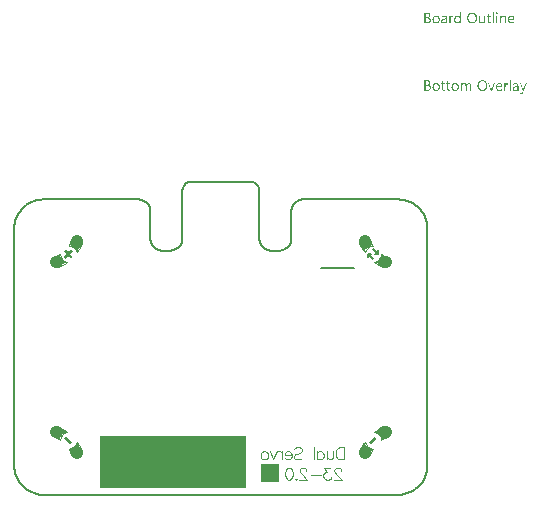
<source format=gbo>
G04*
G04 #@! TF.GenerationSoftware,Altium Limited,Altium Designer,21.9.2 (33)*
G04*
G04 Layer_Color=32896*
%FSLAX42Y42*%
%MOMM*%
G71*
G04*
G04 #@! TF.SameCoordinates,C9CDC17D-2FD3-46DB-A318-01BEEBB1E299*
G04*
G04*
G04 #@! TF.FilePolarity,Positive*
G04*
G01*
G75*
%ADD15C,0.20*%
%ADD16C,0.10*%
%ADD72C,1.00*%
%ADD73C,0.17*%
%ADD74R,1.50X1.58*%
%ADD75R,12.45X4.50*%
G36*
X5014Y4510D02*
X5015Y4509D01*
X5015Y4509D01*
X5016Y4509D01*
X5017Y4508D01*
X5018Y4508D01*
X5018Y4508D01*
X5018Y4507D01*
X5018Y4507D01*
X5019Y4506D01*
X5019Y4506D01*
X5019Y4505D01*
X5020Y4504D01*
X5020Y4503D01*
X5020Y4503D01*
X5020Y4503D01*
X5020Y4502D01*
X5019Y4501D01*
X5019Y4501D01*
X5019Y4500D01*
X5018Y4499D01*
X5018Y4498D01*
X5018Y4498D01*
X5017Y4498D01*
X5017Y4498D01*
X5016Y4497D01*
X5016Y4497D01*
X5015Y4497D01*
X5014Y4496D01*
X5013Y4496D01*
X5013Y4496D01*
X5012Y4496D01*
X5011Y4497D01*
X5011Y4497D01*
X5010Y4497D01*
X5009Y4498D01*
X5008Y4498D01*
X5008Y4498D01*
X5008Y4499D01*
X5008Y4499D01*
X5007Y4500D01*
X5007Y4500D01*
X5007Y4501D01*
X5006Y4502D01*
X5006Y4503D01*
X5006Y4503D01*
X5006Y4503D01*
X5006Y4504D01*
X5007Y4505D01*
X5007Y4505D01*
X5007Y4506D01*
X5008Y4507D01*
X5008Y4508D01*
X5008Y4508D01*
X5009Y4508D01*
X5009Y4508D01*
X5010Y4509D01*
X5010Y4509D01*
X5011Y4509D01*
X5012Y4510D01*
X5013Y4510D01*
X5013Y4510D01*
X5014Y4510D01*
X5014Y4510D02*
G37*
G36*
X4710Y4416D02*
X4700Y4416D01*
X4700Y4427D01*
X4700Y4427D01*
X4699Y4427D01*
X4699Y4427D01*
X4699Y4426D01*
X4698Y4425D01*
X4697Y4424D01*
X4697Y4423D01*
X4695Y4422D01*
X4694Y4421D01*
X4693Y4420D01*
X4691Y4419D01*
X4689Y4418D01*
X4687Y4417D01*
X4685Y4416D01*
X4683Y4416D01*
X4680Y4415D01*
X4678Y4415D01*
X4677Y4415D01*
X4676Y4415D01*
X4676Y4415D01*
X4675Y4415D01*
X4673Y4415D01*
X4672Y4416D01*
X4671Y4416D01*
X4669Y4416D01*
X4668Y4417D01*
X4666Y4418D01*
X4664Y4419D01*
X4663Y4420D01*
X4661Y4421D01*
X4660Y4422D01*
X4658Y4424D01*
X4658Y4424D01*
X4658Y4424D01*
X4658Y4424D01*
X4657Y4425D01*
X4657Y4426D01*
X4656Y4427D01*
X4655Y4428D01*
X4655Y4430D01*
X4654Y4431D01*
X4654Y4433D01*
X4653Y4435D01*
X4652Y4437D01*
X4652Y4439D01*
X4652Y4442D01*
X4651Y4444D01*
X4651Y4447D01*
X4651Y4447D01*
X4651Y4447D01*
X4651Y4447D01*
X4651Y4447D01*
X4651Y4448D01*
X4651Y4449D01*
X4651Y4451D01*
X4652Y4452D01*
X4652Y4454D01*
X4652Y4456D01*
X4653Y4458D01*
X4653Y4460D01*
X4654Y4462D01*
X4655Y4464D01*
X4655Y4466D01*
X4657Y4468D01*
X4658Y4470D01*
X4659Y4472D01*
X4659Y4472D01*
X4660Y4473D01*
X4660Y4473D01*
X4661Y4474D01*
X4661Y4474D01*
X4662Y4475D01*
X4664Y4476D01*
X4665Y4477D01*
X4666Y4478D01*
X4668Y4479D01*
X4670Y4480D01*
X4671Y4480D01*
X4674Y4481D01*
X4676Y4481D01*
X4678Y4482D01*
X4680Y4482D01*
X4681Y4482D01*
X4682Y4482D01*
X4683Y4482D01*
X4684Y4481D01*
X4685Y4481D01*
X4686Y4481D01*
X4688Y4480D01*
X4689Y4480D01*
X4691Y4479D01*
X4692Y4478D01*
X4694Y4477D01*
X4695Y4476D01*
X4697Y4475D01*
X4698Y4473D01*
X4700Y4471D01*
X4700Y4471D01*
X4700Y4511D01*
X4710Y4511D01*
X4710Y4416D01*
X4710Y4416D02*
G37*
G36*
X5071Y4482D02*
X5072Y4482D01*
X5073Y4481D01*
X5074Y4481D01*
X5075Y4481D01*
X5076Y4481D01*
X5077Y4481D01*
X5078Y4480D01*
X5080Y4480D01*
X5081Y4479D01*
X5082Y4478D01*
X5084Y4477D01*
X5085Y4476D01*
X5086Y4475D01*
X5086Y4475D01*
X5086Y4475D01*
X5086Y4474D01*
X5087Y4474D01*
X5087Y4473D01*
X5088Y4472D01*
X5088Y4471D01*
X5089Y4470D01*
X5089Y4469D01*
X5090Y4467D01*
X5090Y4466D01*
X5091Y4464D01*
X5091Y4462D01*
X5091Y4460D01*
X5091Y4458D01*
X5091Y4455D01*
X5091Y4416D01*
X5081Y4416D01*
X5081Y4453D01*
X5081Y4453D01*
X5081Y4453D01*
X5081Y4453D01*
X5081Y4454D01*
X5081Y4454D01*
X5081Y4455D01*
X5081Y4456D01*
X5081Y4458D01*
X5080Y4459D01*
X5080Y4461D01*
X5079Y4463D01*
X5079Y4465D01*
X5078Y4467D01*
X5076Y4468D01*
X5075Y4470D01*
X5073Y4471D01*
X5072Y4472D01*
X5071Y4472D01*
X5070Y4473D01*
X5069Y4473D01*
X5068Y4473D01*
X5066Y4473D01*
X5066Y4473D01*
X5065Y4473D01*
X5065Y4473D01*
X5064Y4473D01*
X5063Y4473D01*
X5062Y4472D01*
X5061Y4472D01*
X5060Y4472D01*
X5059Y4471D01*
X5058Y4471D01*
X5057Y4470D01*
X5056Y4469D01*
X5055Y4468D01*
X5054Y4467D01*
X5054Y4467D01*
X5054Y4467D01*
X5053Y4467D01*
X5053Y4466D01*
X5053Y4466D01*
X5052Y4465D01*
X5052Y4464D01*
X5051Y4463D01*
X5051Y4462D01*
X5050Y4461D01*
X5050Y4460D01*
X5050Y4459D01*
X5049Y4457D01*
X5049Y4456D01*
X5049Y4454D01*
X5049Y4453D01*
X5049Y4416D01*
X5039Y4416D01*
X5039Y4480D01*
X5049Y4480D01*
X5049Y4470D01*
X5049Y4470D01*
X5049Y4470D01*
X5049Y4470D01*
X5050Y4471D01*
X5050Y4472D01*
X5051Y4472D01*
X5052Y4473D01*
X5053Y4475D01*
X5054Y4476D01*
X5056Y4477D01*
X5057Y4478D01*
X5059Y4479D01*
X5061Y4480D01*
X5063Y4481D01*
X5065Y4481D01*
X5067Y4482D01*
X5070Y4482D01*
X5070Y4482D01*
X5071Y4482D01*
X5071Y4482D02*
G37*
G36*
X4640Y4481D02*
X4641Y4481D01*
X4642Y4481D01*
X4643Y4481D01*
X4644Y4481D01*
X4644Y4480D01*
X4644Y4470D01*
X4644Y4470D01*
X4644Y4470D01*
X4643Y4470D01*
X4643Y4471D01*
X4641Y4471D01*
X4640Y4472D01*
X4639Y4472D01*
X4637Y4472D01*
X4636Y4472D01*
X4636Y4472D01*
X4635Y4472D01*
X4634Y4472D01*
X4633Y4471D01*
X4632Y4471D01*
X4631Y4470D01*
X4630Y4470D01*
X4629Y4469D01*
X4628Y4469D01*
X4628Y4468D01*
X4627Y4467D01*
X4626Y4466D01*
X4626Y4466D01*
X4626Y4465D01*
X4625Y4465D01*
X4625Y4465D01*
X4625Y4464D01*
X4624Y4463D01*
X4624Y4462D01*
X4624Y4461D01*
X4623Y4460D01*
X4623Y4459D01*
X4622Y4458D01*
X4622Y4456D01*
X4622Y4454D01*
X4622Y4453D01*
X4621Y4451D01*
X4621Y4449D01*
X4621Y4416D01*
X4611Y4416D01*
X4611Y4480D01*
X4621Y4480D01*
X4621Y4467D01*
X4622Y4467D01*
X4622Y4467D01*
X4622Y4467D01*
X4622Y4468D01*
X4622Y4468D01*
X4622Y4469D01*
X4623Y4469D01*
X4623Y4471D01*
X4624Y4473D01*
X4625Y4474D01*
X4627Y4476D01*
X4628Y4478D01*
X4628Y4478D01*
X4629Y4478D01*
X4629Y4478D01*
X4629Y4478D01*
X4629Y4478D01*
X4630Y4479D01*
X4631Y4479D01*
X4633Y4480D01*
X4634Y4481D01*
X4636Y4481D01*
X4637Y4481D01*
X4638Y4481D01*
X4639Y4481D01*
X4640Y4481D01*
X4640Y4481D02*
G37*
G36*
X4913Y4416D02*
X4903Y4416D01*
X4903Y4427D01*
X4903Y4427D01*
X4903Y4426D01*
X4902Y4426D01*
X4902Y4425D01*
X4902Y4425D01*
X4901Y4424D01*
X4900Y4423D01*
X4899Y4422D01*
X4898Y4421D01*
X4897Y4420D01*
X4895Y4419D01*
X4894Y4418D01*
X4892Y4417D01*
X4890Y4416D01*
X4888Y4415D01*
X4885Y4415D01*
X4883Y4415D01*
X4882Y4415D01*
X4882Y4415D01*
X4882Y4415D01*
X4881Y4415D01*
X4880Y4415D01*
X4879Y4415D01*
X4878Y4416D01*
X4876Y4416D01*
X4874Y4417D01*
X4873Y4418D01*
X4872Y4418D01*
X4871Y4419D01*
X4870Y4420D01*
X4868Y4421D01*
X4867Y4422D01*
X4866Y4423D01*
X4865Y4424D01*
X4865Y4425D01*
X4864Y4426D01*
X4863Y4428D01*
X4862Y4430D01*
X4862Y4431D01*
X4861Y4433D01*
X4861Y4435D01*
X4860Y4437D01*
X4860Y4440D01*
X4860Y4442D01*
X4860Y4480D01*
X4870Y4480D01*
X4870Y4444D01*
X4870Y4444D01*
X4870Y4443D01*
X4870Y4443D01*
X4870Y4443D01*
X4870Y4442D01*
X4870Y4442D01*
X4871Y4441D01*
X4871Y4439D01*
X4871Y4437D01*
X4872Y4435D01*
X4872Y4434D01*
X4873Y4432D01*
X4874Y4430D01*
X4875Y4428D01*
X4877Y4427D01*
X4879Y4425D01*
X4880Y4425D01*
X4881Y4424D01*
X4882Y4424D01*
X4883Y4424D01*
X4884Y4424D01*
X4886Y4424D01*
X4887Y4424D01*
X4887Y4424D01*
X4888Y4424D01*
X4888Y4424D01*
X4889Y4424D01*
X4890Y4424D01*
X4891Y4424D01*
X4892Y4425D01*
X4893Y4425D01*
X4894Y4426D01*
X4895Y4427D01*
X4896Y4427D01*
X4897Y4428D01*
X4898Y4429D01*
X4898Y4429D01*
X4898Y4429D01*
X4899Y4430D01*
X4899Y4430D01*
X4899Y4431D01*
X4900Y4431D01*
X4900Y4432D01*
X4901Y4433D01*
X4901Y4434D01*
X4901Y4435D01*
X4902Y4436D01*
X4902Y4437D01*
X4902Y4439D01*
X4903Y4440D01*
X4903Y4442D01*
X4903Y4443D01*
X4903Y4480D01*
X4913Y4480D01*
X4913Y4416D01*
X4913Y4416D02*
G37*
G36*
X5018Y4416D02*
X5008Y4416D01*
X5008Y4480D01*
X5018Y4480D01*
X5018Y4416D01*
X5018Y4416D02*
G37*
G36*
X4987Y4416D02*
X4977Y4416D01*
X4977Y4511D01*
X4987Y4511D01*
X4987Y4416D01*
X4987Y4416D02*
G37*
G36*
X4570Y4482D02*
X4571Y4482D01*
X4572Y4482D01*
X4572Y4481D01*
X4573Y4481D01*
X4575Y4481D01*
X4577Y4480D01*
X4579Y4480D01*
X4581Y4479D01*
X4583Y4477D01*
X4584Y4477D01*
X4585Y4476D01*
X4586Y4475D01*
X4587Y4474D01*
X4588Y4473D01*
X4588Y4472D01*
X4589Y4470D01*
X4590Y4469D01*
X4590Y4467D01*
X4591Y4466D01*
X4591Y4464D01*
X4592Y4462D01*
X4592Y4460D01*
X4592Y4458D01*
X4592Y4416D01*
X4582Y4416D01*
X4582Y4426D01*
X4582Y4426D01*
X4581Y4426D01*
X4581Y4426D01*
X4581Y4425D01*
X4580Y4425D01*
X4580Y4424D01*
X4579Y4423D01*
X4578Y4422D01*
X4577Y4421D01*
X4575Y4420D01*
X4574Y4419D01*
X4572Y4418D01*
X4570Y4417D01*
X4569Y4416D01*
X4566Y4415D01*
X4564Y4415D01*
X4562Y4415D01*
X4561Y4415D01*
X4560Y4415D01*
X4560Y4415D01*
X4559Y4415D01*
X4558Y4415D01*
X4557Y4416D01*
X4554Y4416D01*
X4553Y4417D01*
X4552Y4417D01*
X4550Y4418D01*
X4549Y4418D01*
X4548Y4419D01*
X4547Y4420D01*
X4547Y4420D01*
X4547Y4420D01*
X4547Y4421D01*
X4546Y4421D01*
X4546Y4421D01*
X4545Y4422D01*
X4545Y4423D01*
X4544Y4424D01*
X4544Y4424D01*
X4543Y4426D01*
X4543Y4427D01*
X4543Y4428D01*
X4542Y4429D01*
X4542Y4430D01*
X4542Y4432D01*
X4542Y4433D01*
X4542Y4433D01*
X4542Y4434D01*
X4542Y4434D01*
X4542Y4434D01*
X4542Y4435D01*
X4542Y4435D01*
X4542Y4436D01*
X4542Y4438D01*
X4543Y4439D01*
X4543Y4441D01*
X4544Y4443D01*
X4545Y4445D01*
X4547Y4446D01*
X4548Y4447D01*
X4548Y4448D01*
X4550Y4449D01*
X4551Y4450D01*
X4552Y4450D01*
X4553Y4451D01*
X4554Y4452D01*
X4556Y4452D01*
X4557Y4453D01*
X4559Y4453D01*
X4561Y4454D01*
X4563Y4454D01*
X4582Y4457D01*
X4582Y4457D01*
X4582Y4457D01*
X4582Y4457D01*
X4582Y4458D01*
X4582Y4458D01*
X4582Y4459D01*
X4581Y4461D01*
X4581Y4462D01*
X4581Y4463D01*
X4580Y4465D01*
X4579Y4466D01*
X4579Y4468D01*
X4578Y4469D01*
X4576Y4471D01*
X4575Y4472D01*
X4573Y4472D01*
X4572Y4473D01*
X4571Y4473D01*
X4570Y4473D01*
X4569Y4473D01*
X4568Y4473D01*
X4568Y4473D01*
X4567Y4473D01*
X4566Y4473D01*
X4565Y4473D01*
X4563Y4472D01*
X4562Y4472D01*
X4560Y4472D01*
X4559Y4471D01*
X4557Y4471D01*
X4555Y4470D01*
X4553Y4469D01*
X4551Y4468D01*
X4550Y4467D01*
X4548Y4465D01*
X4548Y4476D01*
X4548Y4476D01*
X4548Y4476D01*
X4549Y4476D01*
X4550Y4477D01*
X4550Y4477D01*
X4551Y4478D01*
X4553Y4478D01*
X4554Y4479D01*
X4556Y4479D01*
X4557Y4480D01*
X4559Y4480D01*
X4561Y4481D01*
X4563Y4481D01*
X4565Y4481D01*
X4567Y4482D01*
X4570Y4482D01*
X4570Y4482D01*
X4570Y4482D01*
X4570Y4482D02*
G37*
G36*
X4427Y4506D02*
X4428Y4506D01*
X4429Y4505D01*
X4431Y4505D01*
X4432Y4505D01*
X4433Y4505D01*
X4435Y4504D01*
X4436Y4504D01*
X4438Y4503D01*
X4440Y4503D01*
X4441Y4502D01*
X4442Y4501D01*
X4444Y4500D01*
X4444Y4500D01*
X4444Y4500D01*
X4444Y4499D01*
X4445Y4499D01*
X4445Y4498D01*
X4446Y4498D01*
X4446Y4497D01*
X4447Y4496D01*
X4448Y4495D01*
X4448Y4494D01*
X4449Y4493D01*
X4449Y4491D01*
X4450Y4490D01*
X4450Y4489D01*
X4450Y4487D01*
X4450Y4485D01*
X4450Y4485D01*
X4450Y4485D01*
X4450Y4485D01*
X4450Y4484D01*
X4450Y4483D01*
X4450Y4483D01*
X4450Y4482D01*
X4450Y4481D01*
X4449Y4479D01*
X4449Y4477D01*
X4448Y4475D01*
X4448Y4474D01*
X4447Y4473D01*
X4446Y4472D01*
X4446Y4472D01*
X4446Y4472D01*
X4446Y4472D01*
X4446Y4471D01*
X4445Y4471D01*
X4445Y4470D01*
X4444Y4470D01*
X4443Y4469D01*
X4443Y4468D01*
X4442Y4468D01*
X4441Y4467D01*
X4440Y4466D01*
X4439Y4466D01*
X4438Y4465D01*
X4435Y4464D01*
X4435Y4464D01*
X4435Y4464D01*
X4435Y4464D01*
X4436Y4464D01*
X4437Y4464D01*
X4437Y4464D01*
X4438Y4463D01*
X4439Y4463D01*
X4440Y4463D01*
X4443Y4462D01*
X4444Y4461D01*
X4445Y4461D01*
X4446Y4460D01*
X4447Y4459D01*
X4449Y4458D01*
X4450Y4457D01*
X4450Y4457D01*
X4450Y4457D01*
X4450Y4457D01*
X4450Y4456D01*
X4451Y4455D01*
X4451Y4455D01*
X4452Y4454D01*
X4452Y4453D01*
X4453Y4452D01*
X4453Y4451D01*
X4454Y4450D01*
X4454Y4448D01*
X4454Y4447D01*
X4455Y4445D01*
X4455Y4444D01*
X4455Y4442D01*
X4455Y4442D01*
X4455Y4442D01*
X4455Y4441D01*
X4455Y4440D01*
X4455Y4439D01*
X4454Y4438D01*
X4454Y4437D01*
X4454Y4435D01*
X4453Y4434D01*
X4453Y4433D01*
X4452Y4431D01*
X4451Y4429D01*
X4451Y4428D01*
X4449Y4426D01*
X4448Y4425D01*
X4447Y4424D01*
X4447Y4423D01*
X4446Y4423D01*
X4446Y4423D01*
X4445Y4422D01*
X4444Y4422D01*
X4443Y4421D01*
X4442Y4421D01*
X4441Y4420D01*
X4440Y4419D01*
X4438Y4419D01*
X4436Y4418D01*
X4434Y4418D01*
X4432Y4417D01*
X4430Y4417D01*
X4428Y4417D01*
X4426Y4416D01*
X4400Y4416D01*
X4400Y4506D01*
X4426Y4506D01*
X4427Y4506D01*
X4427Y4506D02*
G37*
G36*
X4947Y4480D02*
X4963Y4480D01*
X4963Y4471D01*
X4947Y4471D01*
X4947Y4436D01*
X4947Y4435D01*
X4947Y4435D01*
X4947Y4435D01*
X4947Y4435D01*
X4947Y4434D01*
X4947Y4433D01*
X4948Y4432D01*
X4948Y4430D01*
X4948Y4429D01*
X4949Y4428D01*
X4949Y4427D01*
X4949Y4426D01*
X4949Y4426D01*
X4950Y4426D01*
X4950Y4426D01*
X4951Y4425D01*
X4952Y4424D01*
X4953Y4424D01*
X4955Y4424D01*
X4957Y4424D01*
X4957Y4424D01*
X4958Y4424D01*
X4959Y4424D01*
X4960Y4424D01*
X4961Y4424D01*
X4962Y4425D01*
X4963Y4426D01*
X4963Y4417D01*
X4963Y4417D01*
X4963Y4417D01*
X4963Y4417D01*
X4963Y4417D01*
X4962Y4416D01*
X4961Y4416D01*
X4959Y4416D01*
X4958Y4415D01*
X4956Y4415D01*
X4954Y4415D01*
X4953Y4415D01*
X4952Y4415D01*
X4951Y4415D01*
X4950Y4416D01*
X4948Y4416D01*
X4947Y4417D01*
X4945Y4418D01*
X4944Y4418D01*
X4942Y4420D01*
X4941Y4421D01*
X4940Y4422D01*
X4940Y4423D01*
X4939Y4424D01*
X4939Y4425D01*
X4938Y4426D01*
X4938Y4428D01*
X4937Y4429D01*
X4937Y4430D01*
X4937Y4432D01*
X4937Y4434D01*
X4937Y4471D01*
X4926Y4471D01*
X4926Y4480D01*
X4937Y4480D01*
X4937Y4496D01*
X4947Y4499D01*
X4947Y4480D01*
X4947Y4480D02*
G37*
G36*
X5137Y4482D02*
X5138Y4482D01*
X5139Y4481D01*
X5140Y4481D01*
X5141Y4481D01*
X5143Y4481D01*
X5144Y4480D01*
X5146Y4480D01*
X5147Y4479D01*
X5149Y4478D01*
X5151Y4477D01*
X5152Y4476D01*
X5154Y4475D01*
X5155Y4474D01*
X5155Y4473D01*
X5155Y4473D01*
X5156Y4473D01*
X5156Y4472D01*
X5157Y4471D01*
X5157Y4470D01*
X5158Y4469D01*
X5158Y4468D01*
X5159Y4466D01*
X5160Y4465D01*
X5160Y4463D01*
X5161Y4461D01*
X5161Y4458D01*
X5162Y4456D01*
X5162Y4454D01*
X5162Y4451D01*
X5162Y4446D01*
X5117Y4446D01*
X5117Y4446D01*
X5117Y4445D01*
X5117Y4445D01*
X5117Y4444D01*
X5117Y4443D01*
X5117Y4442D01*
X5117Y4441D01*
X5118Y4440D01*
X5118Y4437D01*
X5119Y4436D01*
X5119Y4434D01*
X5120Y4433D01*
X5121Y4432D01*
X5122Y4430D01*
X5123Y4429D01*
X5123Y4429D01*
X5123Y4429D01*
X5123Y4429D01*
X5124Y4428D01*
X5124Y4428D01*
X5125Y4427D01*
X5126Y4427D01*
X5127Y4426D01*
X5128Y4426D01*
X5129Y4425D01*
X5130Y4425D01*
X5131Y4424D01*
X5133Y4424D01*
X5134Y4424D01*
X5136Y4424D01*
X5138Y4424D01*
X5138Y4424D01*
X5139Y4424D01*
X5139Y4424D01*
X5140Y4424D01*
X5142Y4424D01*
X5143Y4424D01*
X5144Y4424D01*
X5146Y4425D01*
X5147Y4425D01*
X5149Y4426D01*
X5151Y4427D01*
X5152Y4427D01*
X5154Y4428D01*
X5156Y4429D01*
X5157Y4431D01*
X5157Y4421D01*
X5157Y4421D01*
X5157Y4421D01*
X5157Y4420D01*
X5156Y4420D01*
X5155Y4420D01*
X5154Y4419D01*
X5153Y4419D01*
X5152Y4418D01*
X5150Y4417D01*
X5148Y4417D01*
X5147Y4416D01*
X5145Y4416D01*
X5142Y4416D01*
X5140Y4415D01*
X5138Y4415D01*
X5135Y4415D01*
X5135Y4415D01*
X5134Y4415D01*
X5133Y4415D01*
X5132Y4415D01*
X5131Y4415D01*
X5129Y4416D01*
X5128Y4416D01*
X5126Y4417D01*
X5124Y4417D01*
X5122Y4418D01*
X5121Y4419D01*
X5119Y4420D01*
X5117Y4421D01*
X5116Y4422D01*
X5114Y4424D01*
X5114Y4424D01*
X5114Y4424D01*
X5113Y4425D01*
X5113Y4425D01*
X5112Y4426D01*
X5112Y4427D01*
X5111Y4428D01*
X5110Y4430D01*
X5110Y4432D01*
X5109Y4433D01*
X5108Y4435D01*
X5108Y4438D01*
X5107Y4440D01*
X5107Y4442D01*
X5106Y4445D01*
X5106Y4448D01*
X5106Y4448D01*
X5106Y4448D01*
X5106Y4448D01*
X5106Y4449D01*
X5106Y4449D01*
X5107Y4451D01*
X5107Y4452D01*
X5107Y4453D01*
X5107Y4455D01*
X5107Y4457D01*
X5108Y4459D01*
X5108Y4461D01*
X5109Y4463D01*
X5110Y4465D01*
X5111Y4467D01*
X5112Y4469D01*
X5113Y4470D01*
X5115Y4472D01*
X5115Y4472D01*
X5115Y4473D01*
X5116Y4473D01*
X5116Y4474D01*
X5117Y4474D01*
X5118Y4475D01*
X5119Y4476D01*
X5121Y4477D01*
X5122Y4478D01*
X5124Y4479D01*
X5125Y4480D01*
X5127Y4480D01*
X5129Y4481D01*
X5131Y4481D01*
X5133Y4482D01*
X5136Y4482D01*
X5136Y4482D01*
X5137Y4482D01*
X5137Y4482D02*
G37*
G36*
X4806Y4507D02*
X4806Y4507D01*
X4807Y4507D01*
X4807Y4507D01*
X4809Y4507D01*
X4811Y4507D01*
X4813Y4506D01*
X4815Y4506D01*
X4817Y4505D01*
X4820Y4504D01*
X4822Y4503D01*
X4825Y4502D01*
X4827Y4501D01*
X4830Y4499D01*
X4832Y4497D01*
X4834Y4495D01*
X4834Y4495D01*
X4835Y4494D01*
X4835Y4493D01*
X4836Y4492D01*
X4837Y4491D01*
X4838Y4490D01*
X4839Y4488D01*
X4840Y4486D01*
X4841Y4484D01*
X4842Y4481D01*
X4843Y4479D01*
X4844Y4476D01*
X4844Y4473D01*
X4845Y4469D01*
X4845Y4466D01*
X4845Y4462D01*
X4845Y4462D01*
X4845Y4462D01*
X4845Y4462D01*
X4845Y4461D01*
X4845Y4461D01*
X4845Y4460D01*
X4845Y4459D01*
X4845Y4459D01*
X4845Y4458D01*
X4845Y4457D01*
X4845Y4455D01*
X4844Y4452D01*
X4844Y4450D01*
X4843Y4447D01*
X4843Y4444D01*
X4842Y4441D01*
X4841Y4438D01*
X4839Y4436D01*
X4838Y4433D01*
X4836Y4430D01*
X4834Y4428D01*
X4834Y4427D01*
X4833Y4427D01*
X4833Y4426D01*
X4832Y4426D01*
X4830Y4425D01*
X4829Y4424D01*
X4828Y4423D01*
X4826Y4421D01*
X4824Y4420D01*
X4821Y4419D01*
X4819Y4418D01*
X4816Y4417D01*
X4813Y4416D01*
X4810Y4416D01*
X4806Y4415D01*
X4803Y4415D01*
X4802Y4415D01*
X4802Y4415D01*
X4801Y4415D01*
X4800Y4415D01*
X4800Y4415D01*
X4798Y4415D01*
X4796Y4416D01*
X4794Y4416D01*
X4792Y4417D01*
X4790Y4417D01*
X4787Y4418D01*
X4785Y4419D01*
X4782Y4420D01*
X4779Y4422D01*
X4777Y4423D01*
X4775Y4425D01*
X4772Y4427D01*
X4772Y4428D01*
X4772Y4428D01*
X4771Y4429D01*
X4771Y4430D01*
X4770Y4431D01*
X4769Y4433D01*
X4768Y4434D01*
X4767Y4436D01*
X4766Y4438D01*
X4765Y4441D01*
X4764Y4444D01*
X4763Y4446D01*
X4762Y4450D01*
X4762Y4453D01*
X4761Y4456D01*
X4761Y4460D01*
X4761Y4460D01*
X4761Y4460D01*
X4761Y4461D01*
X4761Y4461D01*
X4761Y4462D01*
X4761Y4462D01*
X4761Y4463D01*
X4761Y4464D01*
X4761Y4464D01*
X4761Y4465D01*
X4762Y4468D01*
X4762Y4470D01*
X4763Y4472D01*
X4763Y4475D01*
X4764Y4478D01*
X4765Y4481D01*
X4766Y4484D01*
X4767Y4486D01*
X4769Y4489D01*
X4771Y4492D01*
X4773Y4494D01*
X4773Y4495D01*
X4773Y4495D01*
X4774Y4496D01*
X4775Y4496D01*
X4776Y4497D01*
X4777Y4498D01*
X4779Y4500D01*
X4781Y4501D01*
X4783Y4502D01*
X4786Y4503D01*
X4788Y4504D01*
X4791Y4505D01*
X4794Y4506D01*
X4797Y4507D01*
X4801Y4507D01*
X4804Y4507D01*
X4805Y4507D01*
X4806Y4507D01*
X4806Y4507D02*
G37*
G36*
X4501Y4482D02*
X4502Y4482D01*
X4503Y4481D01*
X4505Y4481D01*
X4506Y4481D01*
X4508Y4481D01*
X4510Y4480D01*
X4512Y4480D01*
X4513Y4479D01*
X4515Y4478D01*
X4517Y4477D01*
X4519Y4476D01*
X4520Y4474D01*
X4522Y4473D01*
X4522Y4473D01*
X4522Y4473D01*
X4523Y4472D01*
X4523Y4471D01*
X4524Y4470D01*
X4525Y4469D01*
X4525Y4468D01*
X4526Y4467D01*
X4527Y4465D01*
X4528Y4463D01*
X4528Y4461D01*
X4529Y4459D01*
X4529Y4457D01*
X4530Y4454D01*
X4530Y4451D01*
X4530Y4449D01*
X4530Y4449D01*
X4530Y4448D01*
X4530Y4448D01*
X4530Y4448D01*
X4530Y4447D01*
X4530Y4446D01*
X4530Y4445D01*
X4530Y4443D01*
X4529Y4442D01*
X4529Y4440D01*
X4528Y4438D01*
X4528Y4436D01*
X4527Y4434D01*
X4526Y4432D01*
X4525Y4430D01*
X4524Y4428D01*
X4523Y4426D01*
X4521Y4424D01*
X4521Y4424D01*
X4521Y4424D01*
X4521Y4423D01*
X4520Y4423D01*
X4519Y4422D01*
X4518Y4421D01*
X4517Y4420D01*
X4515Y4420D01*
X4514Y4419D01*
X4512Y4418D01*
X4510Y4417D01*
X4508Y4416D01*
X4506Y4416D01*
X4503Y4415D01*
X4501Y4415D01*
X4498Y4415D01*
X4498Y4415D01*
X4497Y4415D01*
X4496Y4415D01*
X4495Y4415D01*
X4493Y4415D01*
X4492Y4416D01*
X4490Y4416D01*
X4488Y4417D01*
X4487Y4417D01*
X4485Y4418D01*
X4483Y4419D01*
X4481Y4420D01*
X4479Y4421D01*
X4477Y4422D01*
X4476Y4424D01*
X4476Y4424D01*
X4475Y4424D01*
X4475Y4425D01*
X4474Y4426D01*
X4474Y4426D01*
X4473Y4427D01*
X4472Y4429D01*
X4472Y4430D01*
X4471Y4432D01*
X4470Y4434D01*
X4469Y4436D01*
X4469Y4438D01*
X4468Y4440D01*
X4468Y4442D01*
X4467Y4445D01*
X4467Y4448D01*
X4467Y4448D01*
X4467Y4448D01*
X4467Y4448D01*
X4467Y4448D01*
X4467Y4449D01*
X4467Y4450D01*
X4468Y4452D01*
X4468Y4453D01*
X4468Y4455D01*
X4468Y4457D01*
X4469Y4459D01*
X4469Y4461D01*
X4470Y4463D01*
X4471Y4465D01*
X4472Y4467D01*
X4473Y4469D01*
X4474Y4471D01*
X4476Y4473D01*
X4476Y4473D01*
X4476Y4473D01*
X4477Y4474D01*
X4478Y4474D01*
X4479Y4475D01*
X4480Y4476D01*
X4481Y4476D01*
X4482Y4477D01*
X4484Y4478D01*
X4486Y4479D01*
X4488Y4480D01*
X4490Y4480D01*
X4492Y4481D01*
X4494Y4481D01*
X4497Y4482D01*
X4500Y4482D01*
X4500Y4482D01*
X4501Y4482D01*
X4501Y4482D02*
G37*
G36*
X4778Y3910D02*
X4778Y3910D01*
X4779Y3910D01*
X4780Y3910D01*
X4782Y3909D01*
X4784Y3909D01*
X4785Y3908D01*
X4787Y3907D01*
X4788Y3906D01*
X4789Y3906D01*
X4790Y3905D01*
X4791Y3904D01*
X4792Y3903D01*
X4793Y3902D01*
X4794Y3901D01*
X4795Y3899D01*
X4795Y3898D01*
X4796Y3896D01*
X4797Y3895D01*
X4797Y3893D01*
X4797Y3891D01*
X4798Y3889D01*
X4798Y3887D01*
X4798Y3884D01*
X4798Y3845D01*
X4788Y3845D01*
X4788Y3882D01*
X4788Y3882D01*
X4788Y3882D01*
X4788Y3883D01*
X4788Y3883D01*
X4788Y3884D01*
X4788Y3885D01*
X4787Y3886D01*
X4787Y3887D01*
X4787Y3890D01*
X4786Y3892D01*
X4786Y3894D01*
X4786Y3895D01*
X4785Y3896D01*
X4784Y3897D01*
X4784Y3897D01*
X4784Y3897D01*
X4784Y3897D01*
X4784Y3898D01*
X4783Y3898D01*
X4783Y3898D01*
X4782Y3899D01*
X4782Y3899D01*
X4781Y3900D01*
X4780Y3900D01*
X4779Y3900D01*
X4778Y3901D01*
X4777Y3901D01*
X4776Y3901D01*
X4775Y3901D01*
X4773Y3902D01*
X4773Y3902D01*
X4772Y3901D01*
X4772Y3901D01*
X4771Y3901D01*
X4770Y3901D01*
X4769Y3901D01*
X4768Y3900D01*
X4767Y3900D01*
X4766Y3899D01*
X4765Y3898D01*
X4764Y3898D01*
X4763Y3897D01*
X4762Y3896D01*
X4762Y3896D01*
X4762Y3895D01*
X4762Y3895D01*
X4762Y3895D01*
X4761Y3894D01*
X4761Y3893D01*
X4760Y3892D01*
X4760Y3892D01*
X4760Y3891D01*
X4759Y3889D01*
X4759Y3888D01*
X4759Y3887D01*
X4758Y3886D01*
X4758Y3884D01*
X4758Y3883D01*
X4758Y3881D01*
X4758Y3845D01*
X4748Y3845D01*
X4748Y3883D01*
X4748Y3883D01*
X4748Y3883D01*
X4748Y3883D01*
X4748Y3884D01*
X4748Y3884D01*
X4748Y3885D01*
X4747Y3886D01*
X4747Y3887D01*
X4747Y3889D01*
X4746Y3890D01*
X4746Y3892D01*
X4745Y3894D01*
X4744Y3896D01*
X4743Y3897D01*
X4741Y3899D01*
X4740Y3900D01*
X4739Y3900D01*
X4738Y3901D01*
X4737Y3901D01*
X4736Y3901D01*
X4734Y3901D01*
X4733Y3902D01*
X4732Y3902D01*
X4732Y3901D01*
X4731Y3901D01*
X4731Y3901D01*
X4729Y3901D01*
X4728Y3901D01*
X4727Y3900D01*
X4727Y3900D01*
X4726Y3899D01*
X4725Y3899D01*
X4724Y3898D01*
X4723Y3897D01*
X4722Y3896D01*
X4722Y3896D01*
X4722Y3896D01*
X4722Y3895D01*
X4721Y3895D01*
X4721Y3894D01*
X4721Y3894D01*
X4720Y3893D01*
X4720Y3892D01*
X4719Y3891D01*
X4719Y3890D01*
X4719Y3889D01*
X4718Y3887D01*
X4718Y3886D01*
X4718Y3885D01*
X4718Y3883D01*
X4718Y3881D01*
X4718Y3845D01*
X4707Y3845D01*
X4707Y3909D01*
X4718Y3909D01*
X4718Y3899D01*
X4718Y3899D01*
X4718Y3899D01*
X4718Y3899D01*
X4719Y3900D01*
X4719Y3900D01*
X4720Y3901D01*
X4721Y3902D01*
X4722Y3903D01*
X4723Y3904D01*
X4724Y3905D01*
X4726Y3907D01*
X4727Y3908D01*
X4729Y3908D01*
X4731Y3909D01*
X4733Y3910D01*
X4735Y3910D01*
X4738Y3910D01*
X4738Y3910D01*
X4739Y3910D01*
X4739Y3910D01*
X4740Y3910D01*
X4741Y3910D01*
X4742Y3910D01*
X4743Y3909D01*
X4745Y3909D01*
X4747Y3908D01*
X4748Y3907D01*
X4749Y3907D01*
X4749Y3906D01*
X4749Y3906D01*
X4749Y3906D01*
X4750Y3906D01*
X4751Y3905D01*
X4752Y3904D01*
X4753Y3903D01*
X4754Y3901D01*
X4755Y3899D01*
X4756Y3897D01*
X4756Y3897D01*
X4756Y3897D01*
X4756Y3898D01*
X4757Y3899D01*
X4758Y3900D01*
X4759Y3901D01*
X4760Y3902D01*
X4761Y3904D01*
X4762Y3905D01*
X4764Y3906D01*
X4766Y3907D01*
X4768Y3908D01*
X4770Y3909D01*
X4772Y3910D01*
X4774Y3910D01*
X4777Y3910D01*
X4777Y3910D01*
X4778Y3910D01*
X4778Y3910D02*
G37*
G36*
X5104Y3910D02*
X5105Y3910D01*
X5106Y3910D01*
X5107Y3909D01*
X5108Y3909D01*
X5109Y3909D01*
X5109Y3898D01*
X5109Y3898D01*
X5109Y3899D01*
X5108Y3899D01*
X5107Y3899D01*
X5106Y3900D01*
X5105Y3900D01*
X5103Y3900D01*
X5101Y3900D01*
X5101Y3900D01*
X5100Y3900D01*
X5100Y3900D01*
X5099Y3900D01*
X5098Y3900D01*
X5097Y3899D01*
X5096Y3899D01*
X5095Y3898D01*
X5094Y3898D01*
X5093Y3897D01*
X5092Y3896D01*
X5091Y3895D01*
X5091Y3894D01*
X5090Y3894D01*
X5090Y3894D01*
X5090Y3894D01*
X5090Y3893D01*
X5089Y3892D01*
X5089Y3892D01*
X5089Y3891D01*
X5088Y3890D01*
X5088Y3889D01*
X5088Y3887D01*
X5087Y3886D01*
X5087Y3885D01*
X5087Y3883D01*
X5086Y3881D01*
X5086Y3879D01*
X5086Y3877D01*
X5086Y3845D01*
X5076Y3845D01*
X5076Y3909D01*
X5086Y3909D01*
X5086Y3896D01*
X5086Y3896D01*
X5086Y3896D01*
X5086Y3896D01*
X5087Y3896D01*
X5087Y3897D01*
X5087Y3897D01*
X5087Y3898D01*
X5088Y3899D01*
X5089Y3901D01*
X5090Y3903D01*
X5091Y3904D01*
X5093Y3906D01*
X5093Y3906D01*
X5093Y3906D01*
X5094Y3906D01*
X5094Y3907D01*
X5094Y3907D01*
X5095Y3907D01*
X5096Y3908D01*
X5097Y3909D01*
X5099Y3909D01*
X5101Y3910D01*
X5102Y3910D01*
X5103Y3910D01*
X5104Y3910D01*
X5104Y3910D01*
X5104Y3910D02*
G37*
G36*
X5237Y3835D02*
X5237Y3835D01*
X5237Y3835D01*
X5237Y3834D01*
X5237Y3834D01*
X5237Y3833D01*
X5237Y3833D01*
X5236Y3832D01*
X5235Y3830D01*
X5234Y3828D01*
X5233Y3827D01*
X5232Y3825D01*
X5230Y3823D01*
X5228Y3821D01*
X5227Y3820D01*
X5225Y3818D01*
X5223Y3817D01*
X5222Y3816D01*
X5220Y3816D01*
X5219Y3815D01*
X5218Y3815D01*
X5217Y3815D01*
X5215Y3815D01*
X5215Y3815D01*
X5214Y3815D01*
X5213Y3815D01*
X5212Y3815D01*
X5211Y3815D01*
X5210Y3816D01*
X5209Y3816D01*
X5209Y3825D01*
X5209Y3825D01*
X5209Y3825D01*
X5210Y3825D01*
X5211Y3824D01*
X5212Y3824D01*
X5213Y3824D01*
X5214Y3824D01*
X5215Y3824D01*
X5215Y3824D01*
X5215Y3824D01*
X5216Y3824D01*
X5217Y3824D01*
X5217Y3824D01*
X5218Y3825D01*
X5219Y3825D01*
X5220Y3826D01*
X5221Y3826D01*
X5222Y3827D01*
X5223Y3828D01*
X5224Y3829D01*
X5225Y3830D01*
X5226Y3831D01*
X5226Y3833D01*
X5231Y3845D01*
X5207Y3909D01*
X5218Y3909D01*
X5235Y3860D01*
X5235Y3860D01*
X5235Y3859D01*
X5235Y3859D01*
X5235Y3859D01*
X5236Y3858D01*
X5236Y3857D01*
X5236Y3856D01*
X5236Y3855D01*
X5237Y3855D01*
X5237Y3855D01*
X5237Y3855D01*
X5237Y3855D01*
X5237Y3856D01*
X5237Y3857D01*
X5237Y3857D01*
X5238Y3858D01*
X5238Y3860D01*
X5256Y3909D01*
X5267Y3909D01*
X5237Y3835D01*
X5237Y3835D02*
G37*
G36*
X4973Y3845D02*
X4963Y3845D01*
X4939Y3909D01*
X4950Y3909D01*
X4966Y3862D01*
X4966Y3862D01*
X4966Y3862D01*
X4966Y3862D01*
X4967Y3862D01*
X4967Y3861D01*
X4967Y3861D01*
X4967Y3859D01*
X4968Y3858D01*
X4968Y3857D01*
X4968Y3855D01*
X4968Y3853D01*
X4969Y3853D01*
X4969Y3854D01*
X4969Y3854D01*
X4969Y3854D01*
X4969Y3854D01*
X4969Y3855D01*
X4969Y3855D01*
X4969Y3856D01*
X4969Y3858D01*
X4970Y3859D01*
X4970Y3861D01*
X4971Y3862D01*
X4988Y3909D01*
X4998Y3909D01*
X4973Y3845D01*
X4973Y3845D02*
G37*
G36*
X5175Y3910D02*
X5176Y3910D01*
X5176Y3910D01*
X5177Y3910D01*
X5178Y3910D01*
X5179Y3909D01*
X5181Y3909D01*
X5183Y3908D01*
X5185Y3907D01*
X5188Y3906D01*
X5189Y3905D01*
X5190Y3904D01*
X5191Y3903D01*
X5192Y3903D01*
X5192Y3901D01*
X5193Y3900D01*
X5194Y3899D01*
X5195Y3897D01*
X5195Y3896D01*
X5196Y3894D01*
X5196Y3893D01*
X5196Y3891D01*
X5197Y3889D01*
X5197Y3886D01*
X5197Y3845D01*
X5187Y3845D01*
X5187Y3855D01*
X5186Y3855D01*
X5186Y3855D01*
X5186Y3854D01*
X5186Y3854D01*
X5185Y3853D01*
X5184Y3852D01*
X5183Y3851D01*
X5183Y3850D01*
X5181Y3849D01*
X5180Y3848D01*
X5179Y3847D01*
X5177Y3846D01*
X5175Y3845D01*
X5173Y3845D01*
X5171Y3844D01*
X5169Y3844D01*
X5167Y3843D01*
X5166Y3843D01*
X5165Y3844D01*
X5164Y3844D01*
X5163Y3844D01*
X5162Y3844D01*
X5161Y3844D01*
X5159Y3845D01*
X5158Y3845D01*
X5156Y3846D01*
X5155Y3846D01*
X5154Y3847D01*
X5153Y3848D01*
X5152Y3849D01*
X5152Y3849D01*
X5152Y3849D01*
X5151Y3849D01*
X5151Y3849D01*
X5150Y3850D01*
X5150Y3851D01*
X5150Y3851D01*
X5149Y3852D01*
X5149Y3853D01*
X5148Y3854D01*
X5148Y3855D01*
X5147Y3856D01*
X5147Y3858D01*
X5147Y3859D01*
X5146Y3860D01*
X5146Y3862D01*
X5146Y3862D01*
X5146Y3862D01*
X5146Y3862D01*
X5146Y3863D01*
X5146Y3863D01*
X5147Y3864D01*
X5147Y3865D01*
X5147Y3866D01*
X5147Y3868D01*
X5148Y3869D01*
X5149Y3871D01*
X5150Y3873D01*
X5152Y3875D01*
X5152Y3876D01*
X5153Y3877D01*
X5154Y3877D01*
X5155Y3878D01*
X5156Y3879D01*
X5158Y3880D01*
X5159Y3880D01*
X5161Y3881D01*
X5162Y3881D01*
X5164Y3882D01*
X5166Y3882D01*
X5167Y3883D01*
X5187Y3885D01*
X5187Y3885D01*
X5187Y3885D01*
X5187Y3886D01*
X5187Y3886D01*
X5186Y3887D01*
X5186Y3888D01*
X5186Y3889D01*
X5186Y3891D01*
X5185Y3892D01*
X5185Y3893D01*
X5184Y3895D01*
X5183Y3896D01*
X5182Y3898D01*
X5181Y3899D01*
X5179Y3900D01*
X5178Y3901D01*
X5177Y3901D01*
X5176Y3901D01*
X5175Y3901D01*
X5173Y3902D01*
X5173Y3902D01*
X5172Y3901D01*
X5171Y3901D01*
X5170Y3901D01*
X5169Y3901D01*
X5168Y3901D01*
X5166Y3901D01*
X5165Y3900D01*
X5163Y3900D01*
X5162Y3899D01*
X5160Y3898D01*
X5158Y3897D01*
X5156Y3896D01*
X5154Y3895D01*
X5153Y3894D01*
X5153Y3904D01*
X5153Y3904D01*
X5153Y3904D01*
X5154Y3905D01*
X5154Y3905D01*
X5155Y3906D01*
X5156Y3906D01*
X5157Y3907D01*
X5159Y3907D01*
X5160Y3908D01*
X5162Y3908D01*
X5164Y3909D01*
X5166Y3909D01*
X5168Y3910D01*
X5170Y3910D01*
X5172Y3910D01*
X5174Y3910D01*
X5175Y3910D01*
X5175Y3910D01*
X5175Y3910D02*
G37*
G36*
X5130Y3845D02*
X5120Y3845D01*
X5120Y3939D01*
X5130Y3939D01*
X5130Y3845D01*
X5130Y3845D02*
G37*
G36*
X4427Y3934D02*
X4428Y3934D01*
X4429Y3934D01*
X4431Y3934D01*
X4432Y3934D01*
X4433Y3933D01*
X4435Y3933D01*
X4436Y3932D01*
X4438Y3932D01*
X4440Y3931D01*
X4441Y3930D01*
X4442Y3930D01*
X4444Y3928D01*
X4444Y3928D01*
X4444Y3928D01*
X4444Y3928D01*
X4445Y3927D01*
X4445Y3927D01*
X4446Y3926D01*
X4446Y3925D01*
X4447Y3925D01*
X4448Y3924D01*
X4448Y3922D01*
X4449Y3921D01*
X4449Y3920D01*
X4450Y3919D01*
X4450Y3917D01*
X4450Y3915D01*
X4450Y3914D01*
X4450Y3914D01*
X4450Y3913D01*
X4450Y3913D01*
X4450Y3913D01*
X4450Y3912D01*
X4450Y3911D01*
X4450Y3910D01*
X4450Y3909D01*
X4449Y3907D01*
X4449Y3905D01*
X4448Y3904D01*
X4448Y3903D01*
X4447Y3902D01*
X4446Y3901D01*
X4446Y3900D01*
X4446Y3900D01*
X4446Y3900D01*
X4446Y3900D01*
X4445Y3899D01*
X4445Y3899D01*
X4444Y3898D01*
X4443Y3897D01*
X4443Y3897D01*
X4442Y3896D01*
X4441Y3896D01*
X4440Y3895D01*
X4439Y3894D01*
X4438Y3894D01*
X4435Y3893D01*
X4435Y3892D01*
X4435Y3892D01*
X4435Y3892D01*
X4436Y3892D01*
X4437Y3892D01*
X4437Y3892D01*
X4438Y3892D01*
X4439Y3891D01*
X4440Y3891D01*
X4443Y3890D01*
X4444Y3890D01*
X4445Y3889D01*
X4446Y3888D01*
X4447Y3888D01*
X4449Y3887D01*
X4450Y3886D01*
X4450Y3885D01*
X4450Y3885D01*
X4450Y3885D01*
X4450Y3885D01*
X4451Y3884D01*
X4451Y3883D01*
X4452Y3882D01*
X4452Y3882D01*
X4453Y3881D01*
X4453Y3879D01*
X4454Y3878D01*
X4454Y3877D01*
X4454Y3875D01*
X4455Y3874D01*
X4455Y3872D01*
X4455Y3871D01*
X4455Y3870D01*
X4455Y3870D01*
X4455Y3869D01*
X4455Y3869D01*
X4455Y3868D01*
X4454Y3867D01*
X4454Y3865D01*
X4454Y3864D01*
X4453Y3862D01*
X4453Y3861D01*
X4452Y3860D01*
X4451Y3858D01*
X4451Y3856D01*
X4449Y3855D01*
X4448Y3853D01*
X4447Y3852D01*
X4447Y3852D01*
X4446Y3852D01*
X4446Y3851D01*
X4445Y3851D01*
X4444Y3850D01*
X4443Y3850D01*
X4442Y3849D01*
X4441Y3849D01*
X4440Y3848D01*
X4438Y3847D01*
X4436Y3847D01*
X4434Y3846D01*
X4432Y3846D01*
X4430Y3845D01*
X4428Y3845D01*
X4426Y3845D01*
X4400Y3845D01*
X4400Y3934D01*
X4426Y3934D01*
X4427Y3934D01*
X4427Y3934D02*
G37*
G36*
X4603Y3909D02*
X4619Y3909D01*
X4619Y3900D01*
X4603Y3900D01*
X4603Y3864D01*
X4603Y3864D01*
X4603Y3864D01*
X4603Y3863D01*
X4603Y3863D01*
X4603Y3862D01*
X4603Y3862D01*
X4603Y3861D01*
X4604Y3859D01*
X4604Y3857D01*
X4605Y3856D01*
X4605Y3855D01*
X4605Y3855D01*
X4605Y3855D01*
X4606Y3854D01*
X4606Y3854D01*
X4607Y3854D01*
X4608Y3853D01*
X4609Y3853D01*
X4611Y3852D01*
X4612Y3852D01*
X4613Y3852D01*
X4614Y3852D01*
X4615Y3852D01*
X4616Y3853D01*
X4617Y3853D01*
X4618Y3854D01*
X4619Y3854D01*
X4619Y3846D01*
X4619Y3846D01*
X4619Y3845D01*
X4619Y3845D01*
X4619Y3845D01*
X4618Y3845D01*
X4617Y3845D01*
X4615Y3844D01*
X4614Y3844D01*
X4612Y3844D01*
X4610Y3844D01*
X4609Y3844D01*
X4608Y3844D01*
X4607Y3844D01*
X4606Y3844D01*
X4604Y3845D01*
X4603Y3845D01*
X4601Y3846D01*
X4600Y3847D01*
X4598Y3848D01*
X4597Y3850D01*
X4596Y3851D01*
X4595Y3851D01*
X4595Y3853D01*
X4594Y3854D01*
X4594Y3855D01*
X4594Y3856D01*
X4593Y3857D01*
X4593Y3859D01*
X4593Y3861D01*
X4593Y3862D01*
X4593Y3900D01*
X4582Y3900D01*
X4582Y3909D01*
X4593Y3909D01*
X4593Y3924D01*
X4603Y3928D01*
X4603Y3909D01*
X4603Y3909D02*
G37*
G36*
X4560Y3909D02*
X4576Y3909D01*
X4576Y3900D01*
X4560Y3900D01*
X4560Y3864D01*
X4560Y3864D01*
X4560Y3864D01*
X4560Y3863D01*
X4560Y3863D01*
X4560Y3862D01*
X4560Y3862D01*
X4560Y3861D01*
X4560Y3859D01*
X4561Y3857D01*
X4561Y3856D01*
X4562Y3855D01*
X4562Y3855D01*
X4562Y3855D01*
X4562Y3854D01*
X4563Y3854D01*
X4564Y3854D01*
X4565Y3853D01*
X4566Y3853D01*
X4568Y3852D01*
X4569Y3852D01*
X4570Y3852D01*
X4571Y3852D01*
X4572Y3852D01*
X4573Y3853D01*
X4574Y3853D01*
X4575Y3854D01*
X4576Y3854D01*
X4576Y3846D01*
X4576Y3846D01*
X4576Y3845D01*
X4576Y3845D01*
X4575Y3845D01*
X4574Y3845D01*
X4573Y3845D01*
X4572Y3844D01*
X4570Y3844D01*
X4569Y3844D01*
X4566Y3844D01*
X4566Y3844D01*
X4565Y3844D01*
X4564Y3844D01*
X4563Y3844D01*
X4561Y3845D01*
X4560Y3845D01*
X4558Y3846D01*
X4557Y3847D01*
X4555Y3848D01*
X4554Y3850D01*
X4553Y3851D01*
X4552Y3851D01*
X4552Y3853D01*
X4551Y3854D01*
X4551Y3855D01*
X4550Y3856D01*
X4550Y3857D01*
X4550Y3859D01*
X4550Y3861D01*
X4550Y3862D01*
X4550Y3900D01*
X4539Y3900D01*
X4539Y3909D01*
X4550Y3909D01*
X4550Y3924D01*
X4560Y3928D01*
X4560Y3909D01*
X4560Y3909D02*
G37*
G36*
X5036Y3910D02*
X5036Y3910D01*
X5037Y3910D01*
X5039Y3910D01*
X5040Y3909D01*
X5041Y3909D01*
X5043Y3909D01*
X5045Y3908D01*
X5046Y3908D01*
X5048Y3907D01*
X5049Y3906D01*
X5051Y3905D01*
X5052Y3903D01*
X5054Y3902D01*
X5054Y3902D01*
X5054Y3902D01*
X5054Y3901D01*
X5055Y3901D01*
X5055Y3900D01*
X5056Y3899D01*
X5056Y3898D01*
X5057Y3896D01*
X5058Y3895D01*
X5058Y3893D01*
X5059Y3891D01*
X5059Y3889D01*
X5060Y3887D01*
X5060Y3885D01*
X5060Y3882D01*
X5061Y3880D01*
X5061Y3874D01*
X5015Y3874D01*
X5015Y3874D01*
X5015Y3874D01*
X5016Y3873D01*
X5016Y3873D01*
X5016Y3872D01*
X5016Y3871D01*
X5016Y3869D01*
X5016Y3868D01*
X5017Y3866D01*
X5018Y3864D01*
X5018Y3863D01*
X5019Y3861D01*
X5019Y3860D01*
X5020Y3859D01*
X5021Y3858D01*
X5021Y3858D01*
X5021Y3858D01*
X5022Y3857D01*
X5022Y3857D01*
X5023Y3856D01*
X5023Y3856D01*
X5024Y3855D01*
X5025Y3855D01*
X5026Y3854D01*
X5027Y3854D01*
X5029Y3853D01*
X5030Y3853D01*
X5031Y3853D01*
X5033Y3852D01*
X5035Y3852D01*
X5036Y3852D01*
X5037Y3852D01*
X5037Y3852D01*
X5038Y3852D01*
X5039Y3852D01*
X5040Y3852D01*
X5041Y3853D01*
X5043Y3853D01*
X5044Y3853D01*
X5046Y3854D01*
X5048Y3854D01*
X5049Y3855D01*
X5051Y3856D01*
X5053Y3857D01*
X5054Y3858D01*
X5056Y3859D01*
X5056Y3850D01*
X5056Y3849D01*
X5056Y3849D01*
X5055Y3849D01*
X5055Y3849D01*
X5054Y3848D01*
X5053Y3848D01*
X5052Y3847D01*
X5050Y3847D01*
X5049Y3846D01*
X5047Y3845D01*
X5045Y3845D01*
X5043Y3844D01*
X5041Y3844D01*
X5039Y3844D01*
X5036Y3844D01*
X5034Y3843D01*
X5033Y3843D01*
X5033Y3844D01*
X5032Y3844D01*
X5030Y3844D01*
X5029Y3844D01*
X5028Y3844D01*
X5026Y3845D01*
X5025Y3845D01*
X5023Y3846D01*
X5021Y3846D01*
X5019Y3847D01*
X5017Y3848D01*
X5016Y3849D01*
X5014Y3851D01*
X5013Y3852D01*
X5013Y3852D01*
X5012Y3853D01*
X5012Y3853D01*
X5011Y3854D01*
X5011Y3855D01*
X5010Y3856D01*
X5010Y3857D01*
X5009Y3858D01*
X5008Y3860D01*
X5007Y3862D01*
X5007Y3864D01*
X5006Y3866D01*
X5006Y3868D01*
X5005Y3871D01*
X5005Y3874D01*
X5005Y3877D01*
X5005Y3877D01*
X5005Y3877D01*
X5005Y3877D01*
X5005Y3877D01*
X5005Y3878D01*
X5005Y3879D01*
X5005Y3880D01*
X5005Y3882D01*
X5006Y3883D01*
X5006Y3885D01*
X5006Y3887D01*
X5007Y3889D01*
X5008Y3891D01*
X5009Y3893D01*
X5009Y3895D01*
X5011Y3897D01*
X5012Y3899D01*
X5013Y3901D01*
X5013Y3901D01*
X5014Y3901D01*
X5014Y3902D01*
X5015Y3902D01*
X5016Y3903D01*
X5017Y3904D01*
X5018Y3905D01*
X5019Y3905D01*
X5021Y3906D01*
X5022Y3907D01*
X5024Y3908D01*
X5026Y3909D01*
X5028Y3909D01*
X5030Y3910D01*
X5032Y3910D01*
X5034Y3910D01*
X5035Y3910D01*
X5036Y3910D01*
X5036Y3910D02*
G37*
G36*
X4892Y3936D02*
X4893Y3936D01*
X4893Y3936D01*
X4894Y3936D01*
X4896Y3935D01*
X4897Y3935D01*
X4899Y3935D01*
X4902Y3934D01*
X4904Y3934D01*
X4906Y3933D01*
X4909Y3932D01*
X4911Y3930D01*
X4914Y3929D01*
X4916Y3927D01*
X4919Y3925D01*
X4921Y3923D01*
X4921Y3923D01*
X4921Y3923D01*
X4922Y3922D01*
X4923Y3921D01*
X4923Y3920D01*
X4924Y3918D01*
X4925Y3916D01*
X4926Y3915D01*
X4927Y3912D01*
X4928Y3910D01*
X4929Y3907D01*
X4930Y3904D01*
X4931Y3901D01*
X4932Y3898D01*
X4932Y3894D01*
X4932Y3891D01*
X4932Y3891D01*
X4932Y3890D01*
X4932Y3890D01*
X4932Y3890D01*
X4932Y3889D01*
X4932Y3889D01*
X4932Y3888D01*
X4932Y3887D01*
X4932Y3886D01*
X4932Y3885D01*
X4931Y3883D01*
X4931Y3881D01*
X4931Y3878D01*
X4930Y3875D01*
X4929Y3873D01*
X4928Y3870D01*
X4927Y3867D01*
X4926Y3864D01*
X4924Y3861D01*
X4922Y3859D01*
X4920Y3856D01*
X4920Y3856D01*
X4920Y3856D01*
X4919Y3855D01*
X4918Y3854D01*
X4917Y3853D01*
X4916Y3852D01*
X4914Y3851D01*
X4912Y3850D01*
X4910Y3849D01*
X4908Y3847D01*
X4905Y3846D01*
X4903Y3845D01*
X4900Y3845D01*
X4896Y3844D01*
X4893Y3844D01*
X4890Y3843D01*
X4889Y3843D01*
X4888Y3844D01*
X4888Y3844D01*
X4887Y3844D01*
X4886Y3844D01*
X4885Y3844D01*
X4883Y3844D01*
X4881Y3845D01*
X4879Y3845D01*
X4876Y3846D01*
X4874Y3847D01*
X4871Y3848D01*
X4869Y3849D01*
X4866Y3850D01*
X4864Y3852D01*
X4861Y3854D01*
X4859Y3856D01*
X4859Y3856D01*
X4859Y3857D01*
X4858Y3857D01*
X4857Y3858D01*
X4856Y3860D01*
X4855Y3861D01*
X4854Y3863D01*
X4853Y3865D01*
X4852Y3867D01*
X4851Y3869D01*
X4850Y3872D01*
X4849Y3875D01*
X4849Y3878D01*
X4848Y3881D01*
X4848Y3885D01*
X4848Y3889D01*
X4848Y3889D01*
X4848Y3889D01*
X4848Y3889D01*
X4848Y3889D01*
X4848Y3890D01*
X4848Y3891D01*
X4848Y3891D01*
X4848Y3892D01*
X4848Y3893D01*
X4848Y3894D01*
X4848Y3896D01*
X4849Y3898D01*
X4849Y3901D01*
X4850Y3904D01*
X4851Y3906D01*
X4851Y3909D01*
X4853Y3912D01*
X4854Y3915D01*
X4855Y3918D01*
X4857Y3920D01*
X4859Y3923D01*
X4859Y3923D01*
X4860Y3923D01*
X4860Y3924D01*
X4861Y3925D01*
X4863Y3926D01*
X4864Y3927D01*
X4866Y3928D01*
X4868Y3929D01*
X4870Y3930D01*
X4872Y3932D01*
X4875Y3933D01*
X4878Y3934D01*
X4881Y3935D01*
X4884Y3935D01*
X4887Y3936D01*
X4891Y3936D01*
X4892Y3936D01*
X4892Y3936D01*
X4892Y3936D02*
G37*
G36*
X4662Y3910D02*
X4663Y3910D01*
X4664Y3910D01*
X4666Y3910D01*
X4667Y3909D01*
X4669Y3909D01*
X4671Y3909D01*
X4673Y3908D01*
X4674Y3907D01*
X4676Y3907D01*
X4678Y3905D01*
X4680Y3904D01*
X4682Y3903D01*
X4683Y3901D01*
X4683Y3901D01*
X4683Y3901D01*
X4684Y3900D01*
X4684Y3900D01*
X4685Y3899D01*
X4686Y3898D01*
X4686Y3897D01*
X4687Y3895D01*
X4688Y3893D01*
X4689Y3892D01*
X4689Y3890D01*
X4690Y3887D01*
X4690Y3885D01*
X4691Y3883D01*
X4691Y3880D01*
X4691Y3877D01*
X4691Y3877D01*
X4691Y3877D01*
X4691Y3877D01*
X4691Y3876D01*
X4691Y3876D01*
X4691Y3875D01*
X4691Y3873D01*
X4691Y3872D01*
X4690Y3870D01*
X4690Y3868D01*
X4690Y3866D01*
X4689Y3864D01*
X4688Y3862D01*
X4687Y3860D01*
X4686Y3858D01*
X4685Y3856D01*
X4684Y3854D01*
X4682Y3853D01*
X4682Y3853D01*
X4682Y3852D01*
X4682Y3852D01*
X4681Y3851D01*
X4680Y3850D01*
X4679Y3850D01*
X4678Y3849D01*
X4676Y3848D01*
X4675Y3847D01*
X4673Y3846D01*
X4671Y3846D01*
X4669Y3845D01*
X4667Y3844D01*
X4664Y3844D01*
X4662Y3844D01*
X4659Y3843D01*
X4659Y3843D01*
X4658Y3844D01*
X4657Y3844D01*
X4656Y3844D01*
X4654Y3844D01*
X4653Y3844D01*
X4651Y3845D01*
X4650Y3845D01*
X4648Y3846D01*
X4646Y3846D01*
X4644Y3847D01*
X4642Y3848D01*
X4640Y3849D01*
X4638Y3851D01*
X4637Y3852D01*
X4637Y3852D01*
X4636Y3853D01*
X4636Y3853D01*
X4635Y3854D01*
X4635Y3855D01*
X4634Y3856D01*
X4633Y3857D01*
X4633Y3859D01*
X4632Y3860D01*
X4631Y3862D01*
X4630Y3864D01*
X4630Y3866D01*
X4629Y3868D01*
X4629Y3871D01*
X4628Y3873D01*
X4628Y3876D01*
X4628Y3876D01*
X4628Y3876D01*
X4628Y3876D01*
X4628Y3877D01*
X4628Y3878D01*
X4629Y3879D01*
X4629Y3880D01*
X4629Y3882D01*
X4629Y3883D01*
X4629Y3885D01*
X4630Y3887D01*
X4631Y3889D01*
X4631Y3891D01*
X4632Y3893D01*
X4633Y3896D01*
X4634Y3897D01*
X4636Y3899D01*
X4637Y3901D01*
X4637Y3901D01*
X4637Y3902D01*
X4638Y3902D01*
X4639Y3903D01*
X4640Y3903D01*
X4641Y3904D01*
X4642Y3905D01*
X4643Y3906D01*
X4645Y3907D01*
X4647Y3907D01*
X4649Y3908D01*
X4651Y3909D01*
X4653Y3909D01*
X4656Y3910D01*
X4658Y3910D01*
X4661Y3910D01*
X4662Y3910D01*
X4662Y3910D01*
X4662Y3910D02*
G37*
G36*
X4501Y3910D02*
X4502Y3910D01*
X4503Y3910D01*
X4505Y3910D01*
X4506Y3909D01*
X4508Y3909D01*
X4510Y3909D01*
X4512Y3908D01*
X4513Y3907D01*
X4515Y3907D01*
X4517Y3905D01*
X4519Y3904D01*
X4520Y3903D01*
X4522Y3901D01*
X4522Y3901D01*
X4522Y3901D01*
X4523Y3900D01*
X4523Y3900D01*
X4524Y3899D01*
X4525Y3898D01*
X4525Y3897D01*
X4526Y3895D01*
X4527Y3893D01*
X4528Y3892D01*
X4528Y3890D01*
X4529Y3887D01*
X4529Y3885D01*
X4530Y3883D01*
X4530Y3880D01*
X4530Y3877D01*
X4530Y3877D01*
X4530Y3877D01*
X4530Y3877D01*
X4530Y3876D01*
X4530Y3876D01*
X4530Y3875D01*
X4530Y3873D01*
X4530Y3872D01*
X4529Y3870D01*
X4529Y3868D01*
X4528Y3866D01*
X4528Y3864D01*
X4527Y3862D01*
X4526Y3860D01*
X4525Y3858D01*
X4524Y3856D01*
X4523Y3854D01*
X4521Y3853D01*
X4521Y3853D01*
X4521Y3852D01*
X4521Y3852D01*
X4520Y3851D01*
X4519Y3850D01*
X4518Y3850D01*
X4517Y3849D01*
X4515Y3848D01*
X4514Y3847D01*
X4512Y3846D01*
X4510Y3846D01*
X4508Y3845D01*
X4506Y3844D01*
X4503Y3844D01*
X4501Y3844D01*
X4498Y3843D01*
X4498Y3843D01*
X4497Y3844D01*
X4496Y3844D01*
X4495Y3844D01*
X4493Y3844D01*
X4492Y3844D01*
X4490Y3845D01*
X4488Y3845D01*
X4487Y3846D01*
X4485Y3846D01*
X4483Y3847D01*
X4481Y3848D01*
X4479Y3849D01*
X4477Y3851D01*
X4476Y3852D01*
X4476Y3852D01*
X4475Y3853D01*
X4475Y3853D01*
X4474Y3854D01*
X4474Y3855D01*
X4473Y3856D01*
X4472Y3857D01*
X4472Y3859D01*
X4471Y3860D01*
X4470Y3862D01*
X4469Y3864D01*
X4469Y3866D01*
X4468Y3868D01*
X4468Y3871D01*
X4467Y3873D01*
X4467Y3876D01*
X4467Y3876D01*
X4467Y3876D01*
X4467Y3876D01*
X4467Y3877D01*
X4467Y3878D01*
X4467Y3879D01*
X4468Y3880D01*
X4468Y3882D01*
X4468Y3883D01*
X4468Y3885D01*
X4469Y3887D01*
X4469Y3889D01*
X4470Y3891D01*
X4471Y3893D01*
X4472Y3896D01*
X4473Y3897D01*
X4474Y3899D01*
X4476Y3901D01*
X4476Y3901D01*
X4476Y3902D01*
X4477Y3902D01*
X4478Y3903D01*
X4479Y3903D01*
X4480Y3904D01*
X4481Y3905D01*
X4482Y3906D01*
X4484Y3907D01*
X4486Y3907D01*
X4488Y3908D01*
X4490Y3909D01*
X4492Y3909D01*
X4494Y3910D01*
X4497Y3910D01*
X4500Y3910D01*
X4500Y3910D01*
X4501Y3910D01*
X4501Y3910D02*
G37*
G36*
X3960Y2540D02*
X3922Y2528D01*
X3931Y2591D01*
X3960Y2540D01*
X3960Y2540D02*
G37*
G36*
X1428Y2528D02*
X1390Y2540D01*
X1419Y2591D01*
X1428Y2528D01*
X1428Y2528D02*
G37*
G36*
X3923Y2536D02*
X3892Y2478D01*
X3859Y2544D01*
X3923Y2536D01*
X3923Y2536D02*
G37*
G36*
X1458Y2478D02*
X1427Y2536D01*
X1491Y2544D01*
X1458Y2478D01*
X1458Y2478D02*
G37*
G36*
X1385Y2481D02*
X1409Y2505D01*
X1425Y2489D01*
X1401Y2465D01*
X1425Y2441D01*
X1409Y2425D01*
X1385Y2449D01*
X1361Y2424D01*
X1345Y2440D01*
X1369Y2465D01*
X1345Y2489D01*
X1361Y2505D01*
X1385Y2481D01*
X1385Y2481D02*
G37*
G36*
X4091Y2431D02*
X4028Y2422D01*
X4040Y2460D01*
X4091Y2431D01*
X4091Y2431D02*
G37*
G36*
X1322Y2422D02*
X1259Y2431D01*
X1310Y2460D01*
X1322Y2422D01*
X1322Y2422D02*
G37*
G36*
X4044Y2359D02*
X3978Y2392D01*
X4036Y2423D01*
X4044Y2359D01*
X4044Y2359D02*
G37*
G36*
X1372Y2392D02*
X1306Y2359D01*
X1314Y2423D01*
X1372Y2392D01*
X1372Y2392D02*
G37*
G36*
X4036Y927D02*
X3978Y958D01*
X4044Y991D01*
X4036Y927D01*
X4036Y927D02*
G37*
G36*
X1372Y958D02*
X1314Y927D01*
X1306Y991D01*
X1372Y958D01*
X1372Y958D02*
G37*
G36*
X4091Y919D02*
X4040Y890D01*
X4028Y928D01*
X4091Y919D01*
X4091Y919D02*
G37*
G36*
X1310Y890D02*
X1259Y919D01*
X1322Y928D01*
X1310Y890D01*
X1310Y890D02*
G37*
G36*
X1414Y874D02*
X1396Y855D01*
X1351Y901D01*
X1369Y919D01*
X1414Y874D01*
X1414Y874D02*
G37*
G36*
X3995Y896D02*
X3949Y851D01*
X3931Y869D01*
X3976Y914D01*
X3995Y896D01*
X3995Y896D02*
G37*
G36*
X3923Y814D02*
X3859Y806D01*
X3892Y872D01*
X3923Y814D01*
X3923Y814D02*
G37*
G36*
X1491Y806D02*
X1427Y814D01*
X1458Y872D01*
X1491Y806D01*
X1491Y806D02*
G37*
G36*
X3960Y810D02*
X3931Y759D01*
X3922Y822D01*
X3960Y810D01*
X3960Y810D02*
G37*
G36*
X1419Y759D02*
X1390Y810D01*
X1428Y822D01*
X1419Y759D01*
X1419Y759D02*
G37*
%LPC*%
G36*
X4682Y4473D02*
X4681Y4473D01*
X4681Y4473D01*
X4680Y4473D01*
X4679Y4473D01*
X4678Y4473D01*
X4677Y4473D01*
X4676Y4472D01*
X4675Y4472D01*
X4674Y4471D01*
X4673Y4471D01*
X4672Y4470D01*
X4670Y4469D01*
X4669Y4469D01*
X4668Y4467D01*
X4667Y4466D01*
X4667Y4466D01*
X4667Y4466D01*
X4667Y4466D01*
X4666Y4465D01*
X4666Y4464D01*
X4665Y4463D01*
X4665Y4462D01*
X4664Y4461D01*
X4664Y4460D01*
X4663Y4459D01*
X4663Y4457D01*
X4663Y4455D01*
X4662Y4454D01*
X4662Y4452D01*
X4662Y4450D01*
X4662Y4447D01*
X4662Y4447D01*
X4662Y4447D01*
X4662Y4446D01*
X4662Y4446D01*
X4662Y4445D01*
X4662Y4443D01*
X4662Y4442D01*
X4662Y4441D01*
X4663Y4438D01*
X4663Y4437D01*
X4664Y4435D01*
X4664Y4434D01*
X4665Y4433D01*
X4666Y4431D01*
X4667Y4430D01*
X4667Y4430D01*
X4667Y4430D01*
X4667Y4429D01*
X4668Y4429D01*
X4668Y4428D01*
X4669Y4428D01*
X4670Y4427D01*
X4670Y4427D01*
X4671Y4426D01*
X4672Y4426D01*
X4674Y4425D01*
X4675Y4425D01*
X4676Y4424D01*
X4678Y4424D01*
X4679Y4424D01*
X4681Y4424D01*
X4681Y4424D01*
X4681Y4424D01*
X4682Y4424D01*
X4683Y4424D01*
X4684Y4424D01*
X4685Y4424D01*
X4686Y4424D01*
X4687Y4425D01*
X4688Y4425D01*
X4689Y4426D01*
X4690Y4426D01*
X4691Y4427D01*
X4692Y4428D01*
X4693Y4429D01*
X4694Y4430D01*
X4694Y4430D01*
X4695Y4430D01*
X4695Y4430D01*
X4695Y4431D01*
X4696Y4431D01*
X4696Y4432D01*
X4697Y4433D01*
X4697Y4434D01*
X4698Y4435D01*
X4698Y4436D01*
X4698Y4438D01*
X4699Y4439D01*
X4699Y4440D01*
X4700Y4442D01*
X4700Y4444D01*
X4700Y4445D01*
X4700Y4455D01*
X4700Y4455D01*
X4700Y4455D01*
X4700Y4455D01*
X4700Y4456D01*
X4700Y4457D01*
X4700Y4457D01*
X4699Y4458D01*
X4699Y4459D01*
X4698Y4461D01*
X4698Y4462D01*
X4698Y4463D01*
X4697Y4465D01*
X4696Y4466D01*
X4695Y4467D01*
X4695Y4468D01*
X4695Y4468D01*
X4694Y4468D01*
X4694Y4468D01*
X4694Y4469D01*
X4693Y4469D01*
X4693Y4469D01*
X4692Y4470D01*
X4691Y4470D01*
X4690Y4471D01*
X4689Y4471D01*
X4688Y4472D01*
X4687Y4472D01*
X4686Y4473D01*
X4685Y4473D01*
X4683Y4473D01*
X4682Y4473D01*
X4682Y4473D02*
G37*
G36*
X4582Y4449D02*
X4566Y4447D01*
X4566Y4447D01*
X4566Y4446D01*
X4566Y4446D01*
X4565Y4446D01*
X4565Y4446D01*
X4564Y4446D01*
X4562Y4446D01*
X4561Y4445D01*
X4559Y4445D01*
X4557Y4444D01*
X4556Y4443D01*
X4556Y4443D01*
X4556Y4443D01*
X4555Y4443D01*
X4555Y4442D01*
X4554Y4441D01*
X4553Y4440D01*
X4553Y4439D01*
X4553Y4438D01*
X4552Y4437D01*
X4552Y4436D01*
X4552Y4435D01*
X4552Y4434D01*
X4552Y4434D01*
X4552Y4434D01*
X4552Y4434D01*
X4552Y4433D01*
X4552Y4433D01*
X4552Y4431D01*
X4553Y4430D01*
X4554Y4429D01*
X4554Y4428D01*
X4555Y4426D01*
X4555Y4426D01*
X4556Y4426D01*
X4556Y4426D01*
X4557Y4426D01*
X4558Y4425D01*
X4559Y4424D01*
X4561Y4424D01*
X4562Y4424D01*
X4564Y4424D01*
X4565Y4424D01*
X4566Y4424D01*
X4566Y4424D01*
X4567Y4424D01*
X4568Y4424D01*
X4569Y4424D01*
X4571Y4425D01*
X4572Y4425D01*
X4573Y4426D01*
X4574Y4426D01*
X4575Y4427D01*
X4576Y4428D01*
X4577Y4429D01*
X4577Y4429D01*
X4577Y4429D01*
X4577Y4429D01*
X4578Y4430D01*
X4578Y4430D01*
X4578Y4431D01*
X4579Y4432D01*
X4579Y4433D01*
X4580Y4434D01*
X4580Y4435D01*
X4581Y4436D01*
X4581Y4437D01*
X4581Y4438D01*
X4582Y4439D01*
X4582Y4441D01*
X4582Y4442D01*
X4582Y4449D01*
X4582Y4449D02*
G37*
G36*
X4424Y4496D02*
X4410Y4496D01*
X4410Y4467D01*
X4422Y4467D01*
X4423Y4468D01*
X4423Y4468D01*
X4424Y4468D01*
X4425Y4468D01*
X4426Y4468D01*
X4428Y4468D01*
X4430Y4469D01*
X4432Y4470D01*
X4433Y4470D01*
X4434Y4471D01*
X4435Y4472D01*
X4435Y4472D01*
X4435Y4472D01*
X4435Y4472D01*
X4435Y4472D01*
X4436Y4473D01*
X4436Y4473D01*
X4437Y4474D01*
X4437Y4475D01*
X4438Y4475D01*
X4438Y4476D01*
X4438Y4477D01*
X4439Y4478D01*
X4439Y4479D01*
X4439Y4481D01*
X4439Y4482D01*
X4440Y4483D01*
X4440Y4483D01*
X4440Y4484D01*
X4439Y4484D01*
X4439Y4485D01*
X4439Y4486D01*
X4439Y4487D01*
X4438Y4489D01*
X4437Y4490D01*
X4436Y4491D01*
X4435Y4492D01*
X4434Y4493D01*
X4432Y4494D01*
X4431Y4495D01*
X4430Y4495D01*
X4429Y4495D01*
X4428Y4496D01*
X4427Y4496D01*
X4425Y4496D01*
X4424Y4496D01*
X4424Y4496D02*
G37*
G36*
X4422Y4458D02*
X4410Y4458D01*
X4410Y4426D01*
X4426Y4426D01*
X4426Y4426D01*
X4427Y4426D01*
X4428Y4426D01*
X4429Y4426D01*
X4430Y4426D01*
X4432Y4427D01*
X4435Y4428D01*
X4436Y4428D01*
X4437Y4429D01*
X4438Y4429D01*
X4439Y4430D01*
X4439Y4430D01*
X4439Y4430D01*
X4439Y4431D01*
X4440Y4431D01*
X4440Y4431D01*
X4440Y4432D01*
X4441Y4433D01*
X4441Y4433D01*
X4442Y4434D01*
X4442Y4435D01*
X4443Y4436D01*
X4443Y4437D01*
X4443Y4438D01*
X4444Y4440D01*
X4444Y4441D01*
X4444Y4442D01*
X4444Y4442D01*
X4444Y4442D01*
X4444Y4443D01*
X4444Y4443D01*
X4444Y4444D01*
X4444Y4445D01*
X4443Y4446D01*
X4443Y4447D01*
X4442Y4449D01*
X4441Y4450D01*
X4440Y4452D01*
X4439Y4452D01*
X4439Y4453D01*
X4438Y4454D01*
X4437Y4454D01*
X4436Y4455D01*
X4435Y4456D01*
X4434Y4456D01*
X4432Y4457D01*
X4431Y4457D01*
X4430Y4457D01*
X4428Y4458D01*
X4426Y4458D01*
X4424Y4458D01*
X4422Y4458D01*
X4422Y4458D02*
G37*
G36*
X5136Y4473D02*
X5135Y4473D01*
X5134Y4473D01*
X5134Y4473D01*
X5133Y4473D01*
X5132Y4473D01*
X5131Y4472D01*
X5129Y4472D01*
X5128Y4471D01*
X5127Y4471D01*
X5126Y4470D01*
X5125Y4470D01*
X5124Y4469D01*
X5123Y4468D01*
X5123Y4468D01*
X5123Y4468D01*
X5123Y4467D01*
X5122Y4467D01*
X5122Y4466D01*
X5122Y4466D01*
X5121Y4465D01*
X5121Y4464D01*
X5120Y4463D01*
X5120Y4462D01*
X5119Y4461D01*
X5119Y4460D01*
X5118Y4459D01*
X5118Y4457D01*
X5117Y4456D01*
X5117Y4454D01*
X5152Y4454D01*
X5152Y4454D01*
X5152Y4455D01*
X5152Y4455D01*
X5151Y4456D01*
X5151Y4457D01*
X5151Y4457D01*
X5151Y4458D01*
X5151Y4459D01*
X5150Y4462D01*
X5150Y4464D01*
X5149Y4465D01*
X5149Y4466D01*
X5148Y4467D01*
X5147Y4468D01*
X5147Y4468D01*
X5147Y4468D01*
X5147Y4469D01*
X5146Y4469D01*
X5146Y4469D01*
X5145Y4470D01*
X5145Y4470D01*
X5144Y4471D01*
X5143Y4471D01*
X5143Y4472D01*
X5142Y4472D01*
X5141Y4472D01*
X5139Y4473D01*
X5138Y4473D01*
X5137Y4473D01*
X5136Y4473D01*
X5136Y4473D02*
G37*
G36*
X4804Y4498D02*
X4803Y4498D01*
X4802Y4498D01*
X4801Y4498D01*
X4800Y4497D01*
X4799Y4497D01*
X4797Y4497D01*
X4795Y4496D01*
X4794Y4496D01*
X4792Y4495D01*
X4790Y4494D01*
X4788Y4493D01*
X4786Y4492D01*
X4784Y4491D01*
X4782Y4489D01*
X4781Y4488D01*
X4781Y4488D01*
X4780Y4487D01*
X4780Y4487D01*
X4779Y4486D01*
X4779Y4485D01*
X4778Y4484D01*
X4777Y4482D01*
X4776Y4480D01*
X4776Y4479D01*
X4775Y4477D01*
X4774Y4474D01*
X4773Y4472D01*
X4773Y4470D01*
X4772Y4467D01*
X4772Y4464D01*
X4772Y4461D01*
X4772Y4461D01*
X4772Y4461D01*
X4772Y4461D01*
X4772Y4460D01*
X4772Y4460D01*
X4772Y4459D01*
X4772Y4458D01*
X4772Y4457D01*
X4772Y4455D01*
X4773Y4453D01*
X4773Y4451D01*
X4774Y4449D01*
X4774Y4447D01*
X4775Y4445D01*
X4776Y4443D01*
X4777Y4441D01*
X4778Y4438D01*
X4779Y4436D01*
X4781Y4434D01*
X4781Y4434D01*
X4781Y4434D01*
X4781Y4433D01*
X4782Y4433D01*
X4783Y4432D01*
X4784Y4431D01*
X4785Y4430D01*
X4787Y4429D01*
X4788Y4428D01*
X4790Y4428D01*
X4792Y4427D01*
X4794Y4426D01*
X4796Y4425D01*
X4798Y4425D01*
X4800Y4424D01*
X4803Y4424D01*
X4803Y4424D01*
X4804Y4424D01*
X4805Y4424D01*
X4807Y4425D01*
X4808Y4425D01*
X4810Y4425D01*
X4811Y4426D01*
X4813Y4426D01*
X4815Y4427D01*
X4817Y4427D01*
X4819Y4428D01*
X4821Y4429D01*
X4823Y4431D01*
X4824Y4432D01*
X4826Y4434D01*
X4826Y4434D01*
X4826Y4434D01*
X4827Y4435D01*
X4827Y4436D01*
X4828Y4437D01*
X4829Y4438D01*
X4829Y4439D01*
X4830Y4441D01*
X4831Y4443D01*
X4832Y4445D01*
X4833Y4447D01*
X4833Y4449D01*
X4834Y4452D01*
X4834Y4455D01*
X4834Y4458D01*
X4834Y4461D01*
X4834Y4461D01*
X4834Y4461D01*
X4834Y4461D01*
X4834Y4462D01*
X4834Y4462D01*
X4834Y4462D01*
X4834Y4464D01*
X4834Y4465D01*
X4834Y4467D01*
X4834Y4469D01*
X4833Y4471D01*
X4833Y4473D01*
X4832Y4475D01*
X4832Y4477D01*
X4831Y4480D01*
X4830Y4482D01*
X4829Y4484D01*
X4828Y4486D01*
X4826Y4488D01*
X4826Y4488D01*
X4826Y4488D01*
X4825Y4489D01*
X4825Y4490D01*
X4824Y4490D01*
X4823Y4491D01*
X4822Y4492D01*
X4820Y4493D01*
X4819Y4494D01*
X4817Y4495D01*
X4815Y4496D01*
X4813Y4496D01*
X4811Y4497D01*
X4809Y4497D01*
X4806Y4498D01*
X4804Y4498D01*
X4804Y4498D02*
G37*
G36*
X4499Y4473D02*
X4499Y4473D01*
X4498Y4473D01*
X4497Y4473D01*
X4497Y4473D01*
X4496Y4473D01*
X4495Y4473D01*
X4493Y4472D01*
X4492Y4472D01*
X4491Y4471D01*
X4490Y4471D01*
X4488Y4470D01*
X4487Y4469D01*
X4486Y4469D01*
X4485Y4468D01*
X4484Y4466D01*
X4483Y4466D01*
X4483Y4466D01*
X4483Y4466D01*
X4483Y4465D01*
X4482Y4465D01*
X4482Y4464D01*
X4481Y4463D01*
X4481Y4462D01*
X4480Y4460D01*
X4480Y4459D01*
X4479Y4457D01*
X4479Y4456D01*
X4478Y4454D01*
X4478Y4452D01*
X4478Y4450D01*
X4478Y4448D01*
X4478Y4448D01*
X4478Y4447D01*
X4478Y4447D01*
X4478Y4446D01*
X4478Y4445D01*
X4478Y4444D01*
X4478Y4443D01*
X4478Y4441D01*
X4479Y4440D01*
X4479Y4439D01*
X4480Y4437D01*
X4480Y4436D01*
X4481Y4434D01*
X4482Y4433D01*
X4482Y4431D01*
X4484Y4430D01*
X4484Y4430D01*
X4484Y4430D01*
X4484Y4429D01*
X4485Y4429D01*
X4485Y4429D01*
X4486Y4428D01*
X4487Y4427D01*
X4488Y4427D01*
X4489Y4426D01*
X4490Y4426D01*
X4491Y4425D01*
X4493Y4425D01*
X4494Y4424D01*
X4496Y4424D01*
X4497Y4424D01*
X4499Y4424D01*
X4500Y4424D01*
X4500Y4424D01*
X4501Y4424D01*
X4501Y4424D01*
X4502Y4424D01*
X4504Y4424D01*
X4505Y4424D01*
X4506Y4425D01*
X4507Y4425D01*
X4508Y4426D01*
X4510Y4426D01*
X4511Y4427D01*
X4512Y4428D01*
X4513Y4429D01*
X4514Y4430D01*
X4514Y4430D01*
X4515Y4430D01*
X4515Y4431D01*
X4515Y4431D01*
X4516Y4432D01*
X4516Y4433D01*
X4516Y4434D01*
X4517Y4435D01*
X4517Y4436D01*
X4518Y4437D01*
X4518Y4439D01*
X4519Y4440D01*
X4519Y4442D01*
X4519Y4444D01*
X4520Y4446D01*
X4520Y4448D01*
X4520Y4448D01*
X4520Y4449D01*
X4520Y4449D01*
X4520Y4450D01*
X4519Y4451D01*
X4519Y4452D01*
X4519Y4454D01*
X4519Y4455D01*
X4518Y4458D01*
X4518Y4459D01*
X4517Y4461D01*
X4517Y4462D01*
X4516Y4464D01*
X4515Y4465D01*
X4514Y4467D01*
X4514Y4467D01*
X4514Y4467D01*
X4514Y4467D01*
X4513Y4468D01*
X4513Y4468D01*
X4512Y4469D01*
X4511Y4469D01*
X4510Y4470D01*
X4509Y4470D01*
X4508Y4471D01*
X4507Y4472D01*
X4506Y4472D01*
X4504Y4472D01*
X4503Y4473D01*
X4501Y4473D01*
X4499Y4473D01*
X4499Y4473D02*
G37*
G36*
X5187Y3877D02*
X5171Y3875D01*
X5171Y3875D01*
X5171Y3875D01*
X5170Y3875D01*
X5170Y3875D01*
X5169Y3875D01*
X5169Y3875D01*
X5167Y3874D01*
X5165Y3874D01*
X5164Y3873D01*
X5162Y3872D01*
X5161Y3872D01*
X5160Y3872D01*
X5160Y3871D01*
X5160Y3871D01*
X5159Y3870D01*
X5159Y3869D01*
X5158Y3868D01*
X5158Y3868D01*
X5157Y3867D01*
X5157Y3866D01*
X5157Y3865D01*
X5157Y3864D01*
X5157Y3863D01*
X5157Y3863D01*
X5157Y3862D01*
X5157Y3862D01*
X5157Y3862D01*
X5157Y3861D01*
X5157Y3860D01*
X5158Y3859D01*
X5158Y3857D01*
X5159Y3856D01*
X5160Y3855D01*
X5160Y3855D01*
X5160Y3855D01*
X5161Y3854D01*
X5161Y3854D01*
X5162Y3854D01*
X5164Y3853D01*
X5165Y3853D01*
X5167Y3852D01*
X5169Y3852D01*
X5170Y3852D01*
X5170Y3852D01*
X5171Y3852D01*
X5172Y3852D01*
X5173Y3853D01*
X5173Y3853D01*
X5175Y3853D01*
X5176Y3854D01*
X5178Y3854D01*
X5179Y3855D01*
X5180Y3856D01*
X5181Y3856D01*
X5182Y3857D01*
X5182Y3857D01*
X5182Y3858D01*
X5182Y3858D01*
X5182Y3858D01*
X5183Y3859D01*
X5183Y3860D01*
X5184Y3860D01*
X5184Y3861D01*
X5184Y3862D01*
X5185Y3863D01*
X5185Y3864D01*
X5186Y3865D01*
X5186Y3867D01*
X5186Y3868D01*
X5186Y3869D01*
X5187Y3871D01*
X5187Y3877D01*
X5187Y3877D02*
G37*
G36*
X4424Y3925D02*
X4410Y3925D01*
X4410Y3896D01*
X4422Y3896D01*
X4423Y3896D01*
X4423Y3896D01*
X4424Y3896D01*
X4425Y3896D01*
X4426Y3896D01*
X4428Y3897D01*
X4430Y3898D01*
X4432Y3898D01*
X4433Y3899D01*
X4434Y3899D01*
X4435Y3900D01*
X4435Y3900D01*
X4435Y3900D01*
X4435Y3900D01*
X4435Y3901D01*
X4436Y3901D01*
X4436Y3902D01*
X4437Y3902D01*
X4437Y3903D01*
X4438Y3904D01*
X4438Y3905D01*
X4438Y3906D01*
X4439Y3907D01*
X4439Y3908D01*
X4439Y3909D01*
X4439Y3910D01*
X4440Y3912D01*
X4440Y3912D01*
X4440Y3912D01*
X4439Y3913D01*
X4439Y3914D01*
X4439Y3915D01*
X4439Y3916D01*
X4438Y3917D01*
X4437Y3918D01*
X4436Y3919D01*
X4435Y3921D01*
X4434Y3922D01*
X4432Y3923D01*
X4431Y3923D01*
X4430Y3924D01*
X4429Y3924D01*
X4428Y3924D01*
X4427Y3924D01*
X4425Y3925D01*
X4424Y3925D01*
X4424Y3925D02*
G37*
G36*
X4422Y3887D02*
X4410Y3887D01*
X4410Y3854D01*
X4426Y3854D01*
X4426Y3854D01*
X4427Y3855D01*
X4428Y3855D01*
X4429Y3855D01*
X4430Y3855D01*
X4432Y3855D01*
X4435Y3856D01*
X4436Y3857D01*
X4437Y3857D01*
X4438Y3858D01*
X4439Y3859D01*
X4439Y3859D01*
X4439Y3859D01*
X4439Y3859D01*
X4440Y3860D01*
X4440Y3860D01*
X4440Y3861D01*
X4441Y3861D01*
X4441Y3862D01*
X4442Y3863D01*
X4442Y3864D01*
X4443Y3865D01*
X4443Y3866D01*
X4443Y3867D01*
X4444Y3868D01*
X4444Y3869D01*
X4444Y3871D01*
X4444Y3871D01*
X4444Y3871D01*
X4444Y3871D01*
X4444Y3871D01*
X4444Y3872D01*
X4444Y3873D01*
X4443Y3874D01*
X4443Y3876D01*
X4442Y3877D01*
X4441Y3879D01*
X4440Y3880D01*
X4439Y3881D01*
X4439Y3881D01*
X4438Y3882D01*
X4437Y3883D01*
X4436Y3883D01*
X4435Y3884D01*
X4434Y3885D01*
X4432Y3885D01*
X4431Y3885D01*
X4430Y3886D01*
X4428Y3886D01*
X4426Y3886D01*
X4424Y3886D01*
X4422Y3887D01*
X4422Y3887D02*
G37*
G36*
X5034Y3902D02*
X5033Y3902D01*
X5033Y3901D01*
X5032Y3901D01*
X5032Y3901D01*
X5031Y3901D01*
X5030Y3901D01*
X5028Y3900D01*
X5027Y3900D01*
X5026Y3899D01*
X5025Y3899D01*
X5024Y3898D01*
X5023Y3897D01*
X5022Y3896D01*
X5022Y3896D01*
X5022Y3896D01*
X5021Y3896D01*
X5021Y3895D01*
X5021Y3895D01*
X5020Y3894D01*
X5020Y3894D01*
X5019Y3893D01*
X5019Y3892D01*
X5018Y3891D01*
X5018Y3890D01*
X5017Y3889D01*
X5017Y3887D01*
X5016Y3886D01*
X5016Y3884D01*
X5016Y3883D01*
X5050Y3883D01*
X5050Y3883D01*
X5050Y3883D01*
X5050Y3884D01*
X5050Y3884D01*
X5050Y3885D01*
X5050Y3886D01*
X5050Y3887D01*
X5050Y3888D01*
X5049Y3890D01*
X5048Y3892D01*
X5048Y3894D01*
X5047Y3895D01*
X5047Y3896D01*
X5046Y3897D01*
X5046Y3897D01*
X5046Y3897D01*
X5045Y3897D01*
X5045Y3897D01*
X5045Y3898D01*
X5044Y3898D01*
X5044Y3899D01*
X5043Y3899D01*
X5042Y3900D01*
X5041Y3900D01*
X5040Y3900D01*
X5039Y3901D01*
X5038Y3901D01*
X5037Y3901D01*
X5036Y3901D01*
X5034Y3902D01*
X5034Y3902D02*
G37*
G36*
X4890Y3926D02*
X4890Y3926D01*
X4889Y3926D01*
X4888Y3926D01*
X4887Y3926D01*
X4885Y3926D01*
X4884Y3925D01*
X4882Y3925D01*
X4880Y3924D01*
X4878Y3924D01*
X4877Y3923D01*
X4875Y3922D01*
X4873Y3921D01*
X4871Y3919D01*
X4869Y3918D01*
X4867Y3916D01*
X4867Y3916D01*
X4867Y3916D01*
X4867Y3915D01*
X4866Y3914D01*
X4865Y3913D01*
X4865Y3912D01*
X4864Y3911D01*
X4863Y3909D01*
X4862Y3907D01*
X4861Y3905D01*
X4861Y3903D01*
X4860Y3901D01*
X4859Y3898D01*
X4859Y3895D01*
X4859Y3892D01*
X4859Y3889D01*
X4859Y3889D01*
X4859Y3889D01*
X4859Y3889D01*
X4859Y3889D01*
X4859Y3888D01*
X4859Y3888D01*
X4859Y3887D01*
X4859Y3885D01*
X4859Y3884D01*
X4859Y3882D01*
X4860Y3880D01*
X4860Y3878D01*
X4861Y3876D01*
X4861Y3873D01*
X4862Y3871D01*
X4863Y3869D01*
X4864Y3867D01*
X4866Y3865D01*
X4867Y3863D01*
X4867Y3863D01*
X4868Y3862D01*
X4868Y3862D01*
X4869Y3861D01*
X4870Y3861D01*
X4871Y3860D01*
X4872Y3859D01*
X4873Y3858D01*
X4875Y3857D01*
X4876Y3856D01*
X4878Y3855D01*
X4880Y3854D01*
X4882Y3854D01*
X4885Y3853D01*
X4887Y3853D01*
X4890Y3853D01*
X4890Y3853D01*
X4891Y3853D01*
X4892Y3853D01*
X4893Y3853D01*
X4895Y3853D01*
X4896Y3854D01*
X4898Y3854D01*
X4900Y3855D01*
X4902Y3855D01*
X4904Y3856D01*
X4905Y3857D01*
X4907Y3858D01*
X4909Y3859D01*
X4911Y3861D01*
X4913Y3862D01*
X4913Y3862D01*
X4913Y3863D01*
X4913Y3863D01*
X4914Y3864D01*
X4915Y3865D01*
X4915Y3866D01*
X4916Y3868D01*
X4917Y3869D01*
X4918Y3871D01*
X4918Y3873D01*
X4919Y3875D01*
X4920Y3878D01*
X4920Y3880D01*
X4921Y3883D01*
X4921Y3886D01*
X4921Y3889D01*
X4921Y3889D01*
X4921Y3889D01*
X4921Y3890D01*
X4921Y3890D01*
X4921Y3890D01*
X4921Y3891D01*
X4921Y3892D01*
X4921Y3894D01*
X4921Y3895D01*
X4920Y3897D01*
X4920Y3899D01*
X4920Y3901D01*
X4919Y3904D01*
X4918Y3906D01*
X4918Y3908D01*
X4917Y3910D01*
X4916Y3913D01*
X4914Y3915D01*
X4913Y3917D01*
X4913Y3917D01*
X4913Y3917D01*
X4912Y3917D01*
X4911Y3918D01*
X4911Y3919D01*
X4910Y3920D01*
X4908Y3920D01*
X4907Y3921D01*
X4905Y3922D01*
X4904Y3923D01*
X4902Y3924D01*
X4900Y3925D01*
X4898Y3925D01*
X4895Y3926D01*
X4893Y3926D01*
X4890Y3926D01*
X4890Y3926D02*
G37*
G36*
X4660Y3902D02*
X4660Y3902D01*
X4659Y3901D01*
X4658Y3901D01*
X4658Y3901D01*
X4657Y3901D01*
X4656Y3901D01*
X4654Y3901D01*
X4653Y3900D01*
X4652Y3900D01*
X4651Y3899D01*
X4649Y3899D01*
X4648Y3898D01*
X4647Y3897D01*
X4646Y3896D01*
X4645Y3895D01*
X4644Y3895D01*
X4644Y3895D01*
X4644Y3894D01*
X4644Y3894D01*
X4643Y3893D01*
X4643Y3892D01*
X4642Y3891D01*
X4642Y3890D01*
X4641Y3889D01*
X4641Y3887D01*
X4640Y3886D01*
X4640Y3884D01*
X4639Y3882D01*
X4639Y3881D01*
X4639Y3879D01*
X4639Y3876D01*
X4639Y3876D01*
X4639Y3876D01*
X4639Y3875D01*
X4639Y3875D01*
X4639Y3874D01*
X4639Y3873D01*
X4639Y3871D01*
X4640Y3870D01*
X4640Y3869D01*
X4640Y3867D01*
X4641Y3866D01*
X4641Y3864D01*
X4642Y3863D01*
X4643Y3861D01*
X4644Y3860D01*
X4645Y3859D01*
X4645Y3858D01*
X4645Y3858D01*
X4645Y3858D01*
X4646Y3858D01*
X4646Y3857D01*
X4647Y3857D01*
X4648Y3856D01*
X4649Y3855D01*
X4650Y3855D01*
X4651Y3854D01*
X4652Y3854D01*
X4654Y3853D01*
X4655Y3853D01*
X4657Y3852D01*
X4658Y3852D01*
X4660Y3852D01*
X4661Y3852D01*
X4661Y3852D01*
X4662Y3852D01*
X4663Y3852D01*
X4663Y3852D01*
X4665Y3853D01*
X4666Y3853D01*
X4667Y3853D01*
X4668Y3854D01*
X4669Y3854D01*
X4671Y3855D01*
X4672Y3855D01*
X4673Y3856D01*
X4674Y3857D01*
X4675Y3858D01*
X4675Y3858D01*
X4676Y3859D01*
X4676Y3859D01*
X4676Y3860D01*
X4677Y3860D01*
X4677Y3861D01*
X4678Y3862D01*
X4678Y3863D01*
X4678Y3864D01*
X4679Y3866D01*
X4679Y3867D01*
X4680Y3869D01*
X4680Y3871D01*
X4680Y3873D01*
X4681Y3875D01*
X4681Y3877D01*
X4681Y3877D01*
X4681Y3877D01*
X4681Y3878D01*
X4681Y3879D01*
X4681Y3880D01*
X4680Y3881D01*
X4680Y3882D01*
X4680Y3883D01*
X4679Y3886D01*
X4679Y3888D01*
X4678Y3889D01*
X4678Y3891D01*
X4677Y3892D01*
X4676Y3894D01*
X4675Y3895D01*
X4675Y3895D01*
X4675Y3895D01*
X4675Y3896D01*
X4674Y3896D01*
X4674Y3897D01*
X4673Y3897D01*
X4672Y3898D01*
X4671Y3898D01*
X4670Y3899D01*
X4669Y3900D01*
X4668Y3900D01*
X4667Y3901D01*
X4665Y3901D01*
X4664Y3901D01*
X4662Y3901D01*
X4660Y3902D01*
X4660Y3902D02*
G37*
G36*
X4499Y3902D02*
X4499Y3902D01*
X4498Y3901D01*
X4497Y3901D01*
X4497Y3901D01*
X4496Y3901D01*
X4495Y3901D01*
X4493Y3901D01*
X4492Y3900D01*
X4491Y3900D01*
X4490Y3899D01*
X4488Y3899D01*
X4487Y3898D01*
X4486Y3897D01*
X4485Y3896D01*
X4484Y3895D01*
X4483Y3895D01*
X4483Y3895D01*
X4483Y3894D01*
X4483Y3894D01*
X4482Y3893D01*
X4482Y3892D01*
X4481Y3891D01*
X4481Y3890D01*
X4480Y3889D01*
X4480Y3887D01*
X4479Y3886D01*
X4479Y3884D01*
X4478Y3882D01*
X4478Y3881D01*
X4478Y3879D01*
X4478Y3876D01*
X4478Y3876D01*
X4478Y3876D01*
X4478Y3875D01*
X4478Y3875D01*
X4478Y3874D01*
X4478Y3873D01*
X4478Y3871D01*
X4478Y3870D01*
X4479Y3869D01*
X4479Y3867D01*
X4480Y3866D01*
X4480Y3864D01*
X4481Y3863D01*
X4482Y3861D01*
X4482Y3860D01*
X4484Y3859D01*
X4484Y3858D01*
X4484Y3858D01*
X4484Y3858D01*
X4485Y3858D01*
X4485Y3857D01*
X4486Y3857D01*
X4487Y3856D01*
X4488Y3855D01*
X4489Y3855D01*
X4490Y3854D01*
X4491Y3854D01*
X4493Y3853D01*
X4494Y3853D01*
X4496Y3852D01*
X4497Y3852D01*
X4499Y3852D01*
X4500Y3852D01*
X4500Y3852D01*
X4501Y3852D01*
X4501Y3852D01*
X4502Y3852D01*
X4504Y3853D01*
X4505Y3853D01*
X4506Y3853D01*
X4507Y3854D01*
X4508Y3854D01*
X4510Y3855D01*
X4511Y3855D01*
X4512Y3856D01*
X4513Y3857D01*
X4514Y3858D01*
X4514Y3858D01*
X4515Y3859D01*
X4515Y3859D01*
X4515Y3860D01*
X4516Y3860D01*
X4516Y3861D01*
X4516Y3862D01*
X4517Y3863D01*
X4517Y3864D01*
X4518Y3866D01*
X4518Y3867D01*
X4519Y3869D01*
X4519Y3871D01*
X4519Y3873D01*
X4520Y3875D01*
X4520Y3877D01*
X4520Y3877D01*
X4520Y3877D01*
X4520Y3878D01*
X4520Y3879D01*
X4519Y3880D01*
X4519Y3881D01*
X4519Y3882D01*
X4519Y3883D01*
X4518Y3886D01*
X4518Y3888D01*
X4517Y3889D01*
X4517Y3891D01*
X4516Y3892D01*
X4515Y3894D01*
X4514Y3895D01*
X4514Y3895D01*
X4514Y3895D01*
X4514Y3896D01*
X4513Y3896D01*
X4513Y3897D01*
X4512Y3897D01*
X4511Y3898D01*
X4510Y3898D01*
X4509Y3899D01*
X4508Y3900D01*
X4507Y3900D01*
X4506Y3901D01*
X4504Y3901D01*
X4503Y3901D01*
X4501Y3901D01*
X4499Y3902D01*
X4499Y3902D02*
G37*
%LPD*%
D15*
X989Y508D02*
X1008Y489D01*
X1028Y473D01*
X1050Y458D01*
X1073Y447D01*
X1098Y437D01*
X1123Y430D01*
X1149Y426D01*
X1175Y425D01*
X1175Y425D02*
X4175Y425D01*
X4201Y426D01*
X4227Y430D01*
X4252Y437D01*
X4277Y447D01*
X4300Y458D01*
X4322Y473D01*
X4342Y489D01*
X4361Y508D01*
X4377Y528D01*
X4392Y550D01*
X4403Y573D01*
X4413Y598D01*
X4420Y623D01*
X4424Y649D01*
X4425Y675D01*
X4425Y675D02*
X4425Y2675D01*
X4425Y2675D02*
X4424Y2701D01*
X4420Y2727D01*
X4413Y2752D01*
X4403Y2777D01*
X4392Y2800D01*
X4377Y2822D01*
X4361Y2842D01*
X4342Y2861D01*
X4322Y2877D01*
X4300Y2892D01*
X4277Y2903D01*
X4252Y2913D01*
X4227Y2920D01*
X4201Y2924D01*
X4175Y2925D01*
X4174Y2925D02*
X3372Y2925D01*
X3372Y2925D02*
X3346Y2922D01*
X3322Y2912D01*
X3301Y2896D01*
X3285Y2875D01*
X3275Y2851D01*
X3272Y2825D01*
X3272Y2825D02*
X3272Y2590D01*
X3272Y2590D02*
X3269Y2564D01*
X3259Y2540D01*
X3243Y2519D01*
X3222Y2503D01*
X3198Y2493D01*
X3172Y2490D01*
X3172Y2490D02*
X3102Y2490D01*
X3102Y2490D02*
X3076Y2493D01*
X3052Y2503D01*
X3031Y2519D01*
X3015Y2540D01*
X3005Y2564D01*
X3002Y2590D01*
X3002Y2590D02*
X3002Y2995D01*
X2998Y3020D01*
X2987Y3042D01*
X2969Y3060D01*
X2947Y3071D01*
X2922Y3075D01*
X2922Y3075D02*
X2428Y3075D01*
X2428Y3075D02*
X2403Y3071D01*
X2381Y3060D01*
X2363Y3042D01*
X2352Y3020D01*
X2348Y2995D01*
X2348Y2995D02*
X2348Y2590D01*
X2348Y2590D02*
X2345Y2564D01*
X2335Y2540D01*
X2319Y2519D01*
X2298Y2503D01*
X2274Y2493D01*
X2248Y2490D01*
X2251Y2490D02*
X2178Y2490D01*
X2178Y2490D02*
X2152Y2493D01*
X2128Y2503D01*
X2107Y2519D01*
X2091Y2540D01*
X2081Y2564D01*
X2078Y2590D01*
X2078Y2590D02*
X2078Y2825D01*
X2078Y2825D02*
X2075Y2851D01*
X2065Y2875D01*
X2049Y2896D01*
X2028Y2912D01*
X2004Y2922D01*
X1978Y2925D01*
X1978Y2925D02*
X1174Y2925D01*
X1175Y2925D02*
X1149Y2924D01*
X1123Y2920D01*
X1098Y2913D01*
X1073Y2903D01*
X1050Y2892D01*
X1028Y2877D01*
X1008Y2861D01*
X989Y2842D01*
X973Y2822D01*
X958Y2800D01*
X947Y2777D01*
X937Y2752D01*
X930Y2727D01*
X926Y2701D01*
X925Y2675D01*
X925Y2675D02*
X925Y675D01*
X926Y649D01*
X930Y623D01*
X937Y598D01*
X947Y573D01*
X958Y550D01*
X973Y528D01*
X989Y508D01*
X3527Y2348D02*
X3801Y2348D01*
D16*
X1262Y915D02*
X1290Y903D01*
X1316Y888D01*
X1316Y888D02*
X1320Y911D01*
X1333Y932D01*
X1351Y948D01*
X1374Y956D01*
X1374Y957D02*
X1355Y969D01*
X1335Y981D01*
X1314Y991D01*
X1293Y999D01*
X1388Y816D02*
X1411Y820D01*
X1432Y833D01*
X1448Y851D01*
X1456Y874D01*
X1457Y874D02*
X1469Y855D01*
X1481Y835D01*
X1491Y814D01*
X1499Y793D01*
X1403Y790D02*
X1388Y816D01*
X1403Y790D02*
X1415Y762D01*
X3233Y648D02*
X3248Y653D01*
X3257Y653D01*
X3272Y648D01*
X3281Y633D01*
X3286Y610D01*
X3286Y595D01*
X3281Y572D01*
X3272Y557D01*
X3257Y553D01*
X3248Y553D01*
X3233Y557D01*
X3224Y572D01*
X3219Y595D01*
X3219Y610D01*
X3224Y633D01*
X3233Y648D01*
X3354Y648D02*
X3349Y643D01*
X3344Y633D01*
X3344Y624D01*
X3349Y614D01*
X3359Y600D01*
X3406Y553D01*
X3340Y553D01*
X3317Y557D02*
X3312Y553D01*
X3308Y557D01*
X3312Y562D01*
X3317Y557D01*
X3354Y648D02*
X3363Y653D01*
X3382Y653D01*
X3392Y648D01*
X3397Y643D01*
X3401Y633D01*
X3401Y629D01*
X3436Y595D02*
X3521Y595D01*
X3544Y591D02*
X3544Y581D01*
X3549Y567D01*
X3558Y557D01*
X3572Y553D01*
X3587Y553D01*
X3601Y557D01*
X3606Y562D01*
X3611Y572D01*
X3633Y553D02*
X3700Y553D01*
X3652Y600D01*
X3642Y614D01*
X3638Y624D01*
X3638Y633D01*
X3642Y643D01*
X3647Y648D01*
X3657Y653D01*
X3676Y653D01*
X3685Y648D01*
X3690Y643D01*
X3695Y633D01*
X3695Y629D01*
X3601Y653D02*
X3549Y653D01*
X3577Y614D01*
X3563Y614D01*
X3553Y610D01*
X3549Y605D01*
X3544Y591D01*
X3935Y762D02*
X3947Y790D01*
X3962Y816D01*
X3962Y816D02*
X3939Y820D01*
X3918Y833D01*
X3902Y851D01*
X3894Y874D01*
X3893Y874D02*
X3881Y855D01*
X3869Y835D01*
X3859Y814D01*
X3851Y793D01*
X3715Y825D02*
X3715Y725D01*
X3682Y725D01*
X3667Y730D01*
X3658Y739D01*
X3653Y749D01*
X3648Y763D01*
X3648Y787D01*
X3653Y801D01*
X3658Y811D01*
X3667Y820D01*
X3682Y825D01*
X3715Y825D01*
X3626Y792D02*
X3626Y744D01*
X3621Y730D01*
X3612Y725D01*
X3597Y725D01*
X3588Y730D01*
X3574Y744D01*
X3574Y725D02*
X3574Y792D01*
X3533Y787D02*
X3543Y777D01*
X3547Y763D01*
X3547Y754D01*
X3543Y739D01*
X3533Y730D01*
X3524Y725D01*
X3509Y725D01*
X3500Y730D01*
X3490Y739D01*
X3490Y725D02*
X3490Y792D01*
X3490Y777D02*
X3500Y787D01*
X3509Y792D01*
X3524Y792D01*
X3533Y787D01*
X3464Y825D02*
X3464Y725D01*
X4034Y888D02*
X4030Y911D01*
X4017Y932D01*
X3999Y948D01*
X3976Y956D01*
X3976Y957D02*
X3995Y969D01*
X4015Y981D01*
X4036Y991D01*
X4057Y999D01*
X4060Y903D02*
X4034Y888D01*
X4060Y903D02*
X4088Y915D01*
X3355Y820D02*
X3364Y811D01*
X3364Y801D01*
X3359Y792D01*
X3355Y787D01*
X3345Y782D01*
X3317Y773D01*
X3307Y768D01*
X3302Y763D01*
X3297Y754D01*
X3297Y739D01*
X3307Y730D01*
X3321Y725D01*
X3340Y725D01*
X3355Y730D01*
X3364Y739D01*
X3355Y820D02*
X3340Y825D01*
X3321Y825D01*
X3307Y820D01*
X3297Y811D01*
X3261Y787D02*
X3270Y777D01*
X3275Y763D01*
X3218Y763D01*
X3218Y773D01*
X3223Y782D01*
X3227Y787D01*
X3237Y792D01*
X3251Y792D01*
X3261Y787D01*
X3275Y763D02*
X3275Y754D01*
X3270Y739D01*
X3261Y730D01*
X3251Y725D01*
X3237Y725D01*
X3227Y730D01*
X3218Y739D01*
X3197Y725D02*
X3197Y792D01*
X3192Y777D02*
X3182Y787D01*
X3173Y792D01*
X3158Y792D01*
X3149Y792D02*
X3121Y725D01*
X3092Y792D01*
X3062Y787D02*
X3071Y777D01*
X3076Y763D01*
X3076Y754D01*
X3071Y739D01*
X3062Y730D01*
X3052Y725D01*
X3038Y725D01*
X3028Y730D01*
X3019Y739D01*
X3014Y754D01*
X3014Y763D01*
X3019Y777D01*
X3028Y787D01*
X3038Y792D01*
X3052Y792D01*
X3062Y787D01*
X3192Y777D02*
X3197Y763D01*
X3976Y2393D02*
X3995Y2381D01*
X4015Y2369D01*
X4036Y2359D01*
X4057Y2351D01*
X4060Y2447D02*
X4088Y2435D01*
X4060Y2447D02*
X4034Y2462D01*
X4034Y2462D02*
X4030Y2439D01*
X4017Y2418D01*
X3999Y2402D01*
X3976Y2394D01*
X3962Y2534D02*
X3939Y2530D01*
X3918Y2517D01*
X3902Y2499D01*
X3894Y2476D01*
X3893Y2476D02*
X3881Y2495D01*
X3869Y2515D01*
X3859Y2536D01*
X3851Y2557D01*
X3947Y2560D02*
X3962Y2534D01*
X3947Y2560D02*
X3935Y2588D01*
X1499Y2557D02*
X1491Y2536D01*
X1481Y2515D01*
X1469Y2495D01*
X1457Y2476D01*
X1456Y2476D02*
X1448Y2499D01*
X1432Y2517D01*
X1411Y2530D01*
X1388Y2534D01*
X1388Y2534D02*
X1403Y2560D01*
X1415Y2588D01*
X1316Y2462D02*
X1320Y2439D01*
X1333Y2418D01*
X1351Y2402D01*
X1374Y2394D01*
X1374Y2393D02*
X1355Y2381D01*
X1335Y2369D01*
X1314Y2359D01*
X1293Y2351D01*
X1290Y2447D02*
X1316Y2462D01*
X1290Y2447D02*
X1262Y2435D01*
D72*
X1278Y957D02*
X1290Y952D01*
X1452Y790D02*
X1457Y778D01*
X1452Y2560D02*
X1457Y2572D01*
X1290Y2398D02*
X1278Y2393D01*
X3898Y790D02*
X3893Y778D01*
X4060Y952D02*
X4072Y957D01*
X4072Y2393D02*
X4060Y2398D01*
X3898Y2560D02*
X3893Y2572D01*
D73*
X3920Y2434D02*
X3920Y2464D01*
X3950Y2464D01*
X3920Y2464D02*
X3962Y2422D01*
X3980Y2464D02*
X4010Y2464D01*
X4010Y2494D01*
X4010Y2464D02*
X3967Y2506D01*
D74*
X3095Y606D02*
D03*
D75*
X2267Y700D02*
D03*
M02*

</source>
